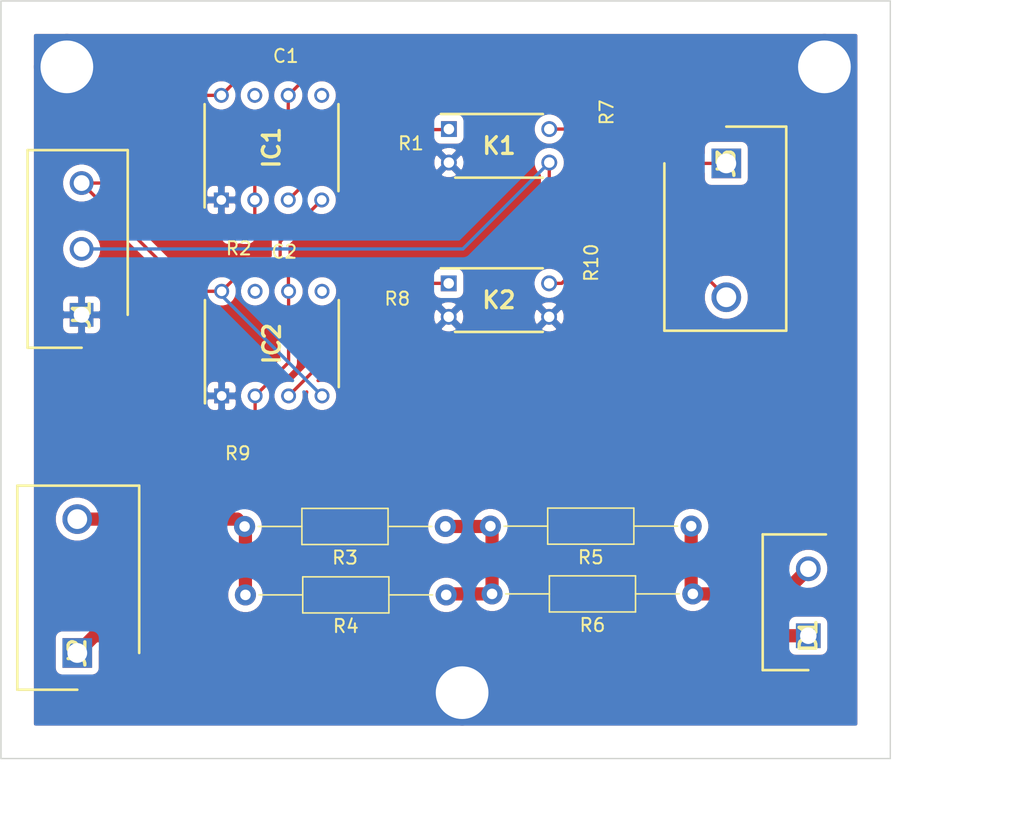
<source format=kicad_pcb>
(kicad_pcb (version 20171130) (host pcbnew "(5.1.6)-1")

  (general
    (thickness 1.6)
    (drawings 6)
    (tracks 68)
    (zones 0)
    (modules 20)
    (nets 20)
  )

  (page A4)
  (layers
    (0 F.Cu signal)
    (31 B.Cu signal hide)
    (32 B.Adhes user)
    (33 F.Adhes user)
    (34 B.Paste user)
    (35 F.Paste user)
    (36 B.SilkS user)
    (37 F.SilkS user)
    (38 B.Mask user)
    (39 F.Mask user)
    (40 Dwgs.User user)
    (41 Cmts.User user)
    (42 Eco1.User user)
    (43 Eco2.User user)
    (44 Edge.Cuts user)
    (45 Margin user)
    (46 B.CrtYd user)
    (47 F.CrtYd user)
    (48 B.Fab user)
    (49 F.Fab user)
  )

  (setup
    (last_trace_width 0.25)
    (user_trace_width 1)
    (trace_clearance 0.2)
    (zone_clearance 0.508)
    (zone_45_only no)
    (trace_min 0.2)
    (via_size 0.8)
    (via_drill 0.4)
    (via_min_size 0.4)
    (via_min_drill 0.3)
    (user_via 5 4)
    (uvia_size 0.3)
    (uvia_drill 0.1)
    (uvias_allowed no)
    (uvia_min_size 0.2)
    (uvia_min_drill 0.1)
    (edge_width 0.05)
    (segment_width 0.2)
    (pcb_text_width 0.3)
    (pcb_text_size 1.5 1.5)
    (mod_edge_width 0.12)
    (mod_text_size 1 1)
    (mod_text_width 0.15)
    (pad_size 1.524 1.524)
    (pad_drill 0.762)
    (pad_to_mask_clearance 0.05)
    (aux_axis_origin 0 0)
    (visible_elements 7FFFFFFF)
    (pcbplotparams
      (layerselection 0x010fc_ffffffff)
      (usegerberextensions false)
      (usegerberattributes true)
      (usegerberadvancedattributes true)
      (creategerberjobfile true)
      (excludeedgelayer true)
      (linewidth 0.100000)
      (plotframeref false)
      (viasonmask false)
      (mode 1)
      (useauxorigin false)
      (hpglpennumber 1)
      (hpglpenspeed 20)
      (hpglpendiameter 15.000000)
      (psnegative false)
      (psa4output false)
      (plotreference true)
      (plotvalue true)
      (plotinvisibletext false)
      (padsonsilk false)
      (subtractmaskfromsilk false)
      (outputformat 1)
      (mirror false)
      (drillshape 1)
      (scaleselection 1)
      (outputdirectory ""))
  )

  (net 0 "")
  (net 1 "Net-(C1-Pad2)")
  (net 2 +5V)
  (net 3 "Net-(C2-Pad2)")
  (net 4 C_inverter)
  (net 5 "Net-(D1-Pad2)")
  (net 6 GND)
  (net 7 +VDC)
  (net 8 AIR_coil)
  (net 9 PRECHARGE_coil)
  (net 10 PRECHARGE_relay_exit)
  (net 11 "Net-(K1-Pad1)")
  (net 12 "Net-(K2-Pad1)")
  (net 13 AIR_coupler)
  (net 14 "Net-(R3-Pad1)")
  (net 15 PRECHARGE_coupler)
  (net 16 "Net-(IC1-Pad7)")
  (net 17 "Net-(IC1-Pad5)")
  (net 18 "Net-(IC2-Pad5)")
  (net 19 "Net-(IC2-Pad7)")

  (net_class Default "This is the default net class."
    (clearance 0.2)
    (trace_width 0.25)
    (via_dia 0.8)
    (via_drill 0.4)
    (uvia_dia 0.3)
    (uvia_drill 0.1)
    (add_net +5V)
    (add_net +VDC)
    (add_net AIR_coil)
    (add_net AIR_coupler)
    (add_net C_inverter)
    (add_net GND)
    (add_net "Net-(C1-Pad2)")
    (add_net "Net-(C2-Pad2)")
    (add_net "Net-(D1-Pad2)")
    (add_net "Net-(IC1-Pad5)")
    (add_net "Net-(IC1-Pad7)")
    (add_net "Net-(IC2-Pad5)")
    (add_net "Net-(IC2-Pad7)")
    (add_net "Net-(K1-Pad1)")
    (add_net "Net-(K2-Pad1)")
    (add_net "Net-(R3-Pad1)")
    (add_net PRECHARGE_coil)
    (add_net PRECHARGE_coupler)
    (add_net PRECHARGE_relay_exit)
  )

  (module Capacitor_SMD:C_0201_0603Metric (layer F.Cu) (tedit 5B301BBE) (tstamp 5F9985F8)
    (at 86.614 65.2272)
    (descr "Capacitor SMD 0201 (0603 Metric), square (rectangular) end terminal, IPC_7351 nominal, (Body size source: https://www.vishay.com/docs/20052/crcw0201e3.pdf), generated with kicad-footprint-generator")
    (tags capacitor)
    (path /5F9B813A)
    (attr smd)
    (fp_text reference C1 (at 0 -1.05) (layer F.SilkS)
      (effects (font (size 1 1) (thickness 0.15)))
    )
    (fp_text value 100u (at 0 1.05) (layer F.Fab)
      (effects (font (size 1 1) (thickness 0.15)))
    )
    (fp_line (start -0.3 0.15) (end -0.3 -0.15) (layer F.Fab) (width 0.1))
    (fp_line (start -0.3 -0.15) (end 0.3 -0.15) (layer F.Fab) (width 0.1))
    (fp_line (start 0.3 -0.15) (end 0.3 0.15) (layer F.Fab) (width 0.1))
    (fp_line (start 0.3 0.15) (end -0.3 0.15) (layer F.Fab) (width 0.1))
    (fp_line (start -0.7 0.35) (end -0.7 -0.35) (layer F.CrtYd) (width 0.05))
    (fp_line (start -0.7 -0.35) (end 0.7 -0.35) (layer F.CrtYd) (width 0.05))
    (fp_line (start 0.7 -0.35) (end 0.7 0.35) (layer F.CrtYd) (width 0.05))
    (fp_line (start 0.7 0.35) (end -0.7 0.35) (layer F.CrtYd) (width 0.05))
    (fp_text user %R (at 0 -0.68) (layer F.Fab)
      (effects (font (size 0.25 0.25) (thickness 0.04)))
    )
    (pad "" smd roundrect (at -0.345 0) (size 0.318 0.36) (layers F.Paste) (roundrect_rratio 0.25))
    (pad "" smd roundrect (at 0.345 0) (size 0.318 0.36) (layers F.Paste) (roundrect_rratio 0.25))
    (pad 1 smd roundrect (at -0.32 0) (size 0.46 0.4) (layers F.Cu F.Mask) (roundrect_rratio 0.25)
      (net 2 +5V))
    (pad 2 smd roundrect (at 0.32 0) (size 0.46 0.4) (layers F.Cu F.Mask) (roundrect_rratio 0.25)
      (net 1 "Net-(C1-Pad2)"))
    (model ${KISYS3DMOD}/Capacitor_SMD.3dshapes/C_0201_0603Metric.wrl
      (at (xyz 0 0 0))
      (scale (xyz 1 1 1))
      (rotate (xyz 0 0 0))
    )
  )

  (module Capacitor_SMD:C_0201_0603Metric (layer F.Cu) (tedit 5B301BBE) (tstamp 5F998609)
    (at 86.4972 80.0862)
    (descr "Capacitor SMD 0201 (0603 Metric), square (rectangular) end terminal, IPC_7351 nominal, (Body size source: https://www.vishay.com/docs/20052/crcw0201e3.pdf), generated with kicad-footprint-generator")
    (tags capacitor)
    (path /5F9DF433)
    (attr smd)
    (fp_text reference C2 (at 0 -1.05) (layer F.SilkS)
      (effects (font (size 1 1) (thickness 0.15)))
    )
    (fp_text value 100u (at 0 1.05) (layer F.Fab)
      (effects (font (size 1 1) (thickness 0.15)))
    )
    (fp_line (start 0.7 0.35) (end -0.7 0.35) (layer F.CrtYd) (width 0.05))
    (fp_line (start 0.7 -0.35) (end 0.7 0.35) (layer F.CrtYd) (width 0.05))
    (fp_line (start -0.7 -0.35) (end 0.7 -0.35) (layer F.CrtYd) (width 0.05))
    (fp_line (start -0.7 0.35) (end -0.7 -0.35) (layer F.CrtYd) (width 0.05))
    (fp_line (start 0.3 0.15) (end -0.3 0.15) (layer F.Fab) (width 0.1))
    (fp_line (start 0.3 -0.15) (end 0.3 0.15) (layer F.Fab) (width 0.1))
    (fp_line (start -0.3 -0.15) (end 0.3 -0.15) (layer F.Fab) (width 0.1))
    (fp_line (start -0.3 0.15) (end -0.3 -0.15) (layer F.Fab) (width 0.1))
    (fp_text user %R (at 0 -0.68) (layer F.Fab)
      (effects (font (size 0.25 0.25) (thickness 0.04)))
    )
    (pad 2 smd roundrect (at 0.32 0) (size 0.46 0.4) (layers F.Cu F.Mask) (roundrect_rratio 0.25)
      (net 3 "Net-(C2-Pad2)"))
    (pad 1 smd roundrect (at -0.32 0) (size 0.46 0.4) (layers F.Cu F.Mask) (roundrect_rratio 0.25)
      (net 2 +5V))
    (pad "" smd roundrect (at 0.345 0) (size 0.318 0.36) (layers F.Paste) (roundrect_rratio 0.25))
    (pad "" smd roundrect (at -0.345 0) (size 0.318 0.36) (layers F.Paste) (roundrect_rratio 0.25))
    (model ${KISYS3DMOD}/Capacitor_SMD.3dshapes/C_0201_0603Metric.wrl
      (at (xyz 0 0 0))
      (scale (xyz 1 1 1))
      (rotate (xyz 0 0 0))
    )
  )

  (module SamacSys_Parts:TO508P480X1010X1840-2P (layer F.Cu) (tedit 0) (tstamp 5F99861C)
    (at 126.2761 108.1786 90)
    (descr TO220NFM)
    (tags Diode)
    (path /5F2FCC3D)
    (fp_text reference D1 (at 0 0 90) (layer F.SilkS)
      (effects (font (size 1.27 1.27) (thickness 0.254)))
    )
    (fp_text value RFN10TF6SFHC9 (at 0 0 90) (layer F.SilkS) hide
      (effects (font (size 1.27 1.27) (thickness 0.254)))
    )
    (fp_line (start -2.86 -3.71) (end 7.94 -3.71) (layer F.CrtYd) (width 0.05))
    (fp_line (start 7.94 -3.71) (end 7.94 1.59) (layer F.CrtYd) (width 0.05))
    (fp_line (start 7.94 1.59) (end -2.86 1.59) (layer F.CrtYd) (width 0.05))
    (fp_line (start -2.86 1.59) (end -2.86 -3.71) (layer F.CrtYd) (width 0.05))
    (fp_line (start -2.61 -3.46) (end 7.69 -3.46) (layer F.Fab) (width 0.1))
    (fp_line (start 7.69 -3.46) (end 7.69 1.34) (layer F.Fab) (width 0.1))
    (fp_line (start 7.69 1.34) (end -2.61 1.34) (layer F.Fab) (width 0.1))
    (fp_line (start -2.61 1.34) (end -2.61 -3.46) (layer F.Fab) (width 0.1))
    (fp_line (start -2.61 -0.92) (end -0.07 -3.46) (layer F.Fab) (width 0.1))
    (fp_line (start 7.69 1.34) (end 7.69 -3.46) (layer F.SilkS) (width 0.2))
    (fp_line (start 7.69 -3.46) (end -2.61 -3.46) (layer F.SilkS) (width 0.2))
    (fp_line (start -2.61 -3.46) (end -2.61 0) (layer F.SilkS) (width 0.2))
    (fp_text user %R (at 0 0 90) (layer F.Fab)
      (effects (font (size 1.27 1.27) (thickness 0.254)))
    )
    (pad 1 thru_hole rect (at 0 0 90) (size 1.875 1.875) (drill 1.25) (layers *.Cu *.Mask)
      (net 4 C_inverter))
    (pad 2 thru_hole circle (at 5.08 0 90) (size 1.875 1.875) (drill 1.25) (layers *.Cu *.Mask)
      (net 5 "Net-(D1-Pad2)"))
    (model C:\SamacSys_PCB_Library\Kicad\SamacSys_Parts.3dshapes\RFN10TF6SFHC9.stp
      (at (xyz 0 0 0))
      (scale (xyz 1 1 1))
      (rotate (xyz 0 0 0))
    )
  )

  (module SamacSys_Parts:DIP794W53P254L959H508Q8N (layer F.Cu) (tedit 0) (tstamp 5F998634)
    (at 85.5345 71.1327 90)
    (descr "P (R-PDIP-T8)")
    (tags "Integrated Circuit")
    (path /5F996938)
    (fp_text reference IC1 (at 0 0 90) (layer F.SilkS)
      (effects (font (size 1.27 1.27) (thickness 0.254)))
    )
    (fp_text value NE555PE4 (at 0 0 90) (layer F.SilkS) hide
      (effects (font (size 1.27 1.27) (thickness 0.254)))
    )
    (fp_line (start -3.3 5.08) (end 3.3 5.08) (layer F.SilkS) (width 0.2))
    (fp_line (start -4.535 -5.08) (end 3.3 -5.08) (layer F.SilkS) (width 0.2))
    (fp_line (start -3.3 -3.81) (end -2.03 -5.08) (layer F.Fab) (width 0.1))
    (fp_line (start -3.3 5.08) (end -3.3 -5.08) (layer F.Fab) (width 0.1))
    (fp_line (start 3.3 5.08) (end -3.3 5.08) (layer F.Fab) (width 0.1))
    (fp_line (start 3.3 -5.08) (end 3.3 5.08) (layer F.Fab) (width 0.1))
    (fp_line (start -3.3 -5.08) (end 3.3 -5.08) (layer F.Fab) (width 0.1))
    (fp_line (start -4.945 5.33) (end -4.945 -5.33) (layer F.CrtYd) (width 0.05))
    (fp_line (start 4.945 5.33) (end -4.945 5.33) (layer F.CrtYd) (width 0.05))
    (fp_line (start 4.945 -5.33) (end 4.945 5.33) (layer F.CrtYd) (width 0.05))
    (fp_line (start -4.945 -5.33) (end 4.945 -5.33) (layer F.CrtYd) (width 0.05))
    (fp_text user %R (at 0 0 90) (layer F.Fab)
      (effects (font (size 1.27 1.27) (thickness 0.254)))
    )
    (pad 8 thru_hole circle (at 3.97 -3.81 90) (size 1.13 1.13) (drill 0.73) (layers *.Cu *.Mask)
      (net 2 +5V))
    (pad 7 thru_hole circle (at 3.97 -1.27 90) (size 1.13 1.13) (drill 0.73) (layers *.Cu *.Mask)
      (net 16 "Net-(IC1-Pad7)"))
    (pad 6 thru_hole circle (at 3.97 1.27 90) (size 1.13 1.13) (drill 0.73) (layers *.Cu *.Mask)
      (net 1 "Net-(C1-Pad2)"))
    (pad 5 thru_hole circle (at 3.97 3.81 90) (size 1.13 1.13) (drill 0.73) (layers *.Cu *.Mask)
      (net 17 "Net-(IC1-Pad5)"))
    (pad 4 thru_hole circle (at -3.97 3.81 90) (size 1.13 1.13) (drill 0.73) (layers *.Cu *.Mask)
      (net 2 +5V))
    (pad 3 thru_hole circle (at -3.97 1.27 90) (size 1.13 1.13) (drill 0.73) (layers *.Cu *.Mask)
      (net 13 AIR_coupler))
    (pad 2 thru_hole circle (at -3.97 -1.27 90) (size 1.13 1.13) (drill 0.73) (layers *.Cu *.Mask)
      (net 1 "Net-(C1-Pad2)"))
    (pad 1 thru_hole rect (at -3.97 -3.81 90) (size 1.13 1.13) (drill 0.73) (layers *.Cu *.Mask)
      (net 6 GND))
    (model C:\SamacSys_PCB_Library\Kicad\SamacSys_Parts.3dshapes\NE555PE4.stp
      (at (xyz 0 0 0))
      (scale (xyz 1 1 1))
      (rotate (xyz 0 0 0))
    )
  )

  (module SamacSys_Parts:DIP794W53P254L959H508Q8N (layer F.Cu) (tedit 0) (tstamp 5F99864C)
    (at 85.5599 86.0044 90)
    (descr "P (R-PDIP-T8)")
    (tags "Integrated Circuit")
    (path /5F9DF415)
    (fp_text reference IC2 (at 0 0 90) (layer F.SilkS)
      (effects (font (size 1.27 1.27) (thickness 0.254)))
    )
    (fp_text value NE555PE4 (at 0 0 90) (layer F.SilkS) hide
      (effects (font (size 1.27 1.27) (thickness 0.254)))
    )
    (fp_line (start -4.945 -5.33) (end 4.945 -5.33) (layer F.CrtYd) (width 0.05))
    (fp_line (start 4.945 -5.33) (end 4.945 5.33) (layer F.CrtYd) (width 0.05))
    (fp_line (start 4.945 5.33) (end -4.945 5.33) (layer F.CrtYd) (width 0.05))
    (fp_line (start -4.945 5.33) (end -4.945 -5.33) (layer F.CrtYd) (width 0.05))
    (fp_line (start -3.3 -5.08) (end 3.3 -5.08) (layer F.Fab) (width 0.1))
    (fp_line (start 3.3 -5.08) (end 3.3 5.08) (layer F.Fab) (width 0.1))
    (fp_line (start 3.3 5.08) (end -3.3 5.08) (layer F.Fab) (width 0.1))
    (fp_line (start -3.3 5.08) (end -3.3 -5.08) (layer F.Fab) (width 0.1))
    (fp_line (start -3.3 -3.81) (end -2.03 -5.08) (layer F.Fab) (width 0.1))
    (fp_line (start -4.535 -5.08) (end 3.3 -5.08) (layer F.SilkS) (width 0.2))
    (fp_line (start -3.3 5.08) (end 3.3 5.08) (layer F.SilkS) (width 0.2))
    (fp_text user %R (at 0 0 90) (layer F.Fab)
      (effects (font (size 1.27 1.27) (thickness 0.254)))
    )
    (pad 1 thru_hole rect (at -3.97 -3.81 90) (size 1.13 1.13) (drill 0.73) (layers *.Cu *.Mask)
      (net 6 GND))
    (pad 2 thru_hole circle (at -3.97 -1.27 90) (size 1.13 1.13) (drill 0.73) (layers *.Cu *.Mask)
      (net 3 "Net-(C2-Pad2)"))
    (pad 3 thru_hole circle (at -3.97 1.27 90) (size 1.13 1.13) (drill 0.73) (layers *.Cu *.Mask)
      (net 15 PRECHARGE_coupler))
    (pad 4 thru_hole circle (at -3.97 3.81 90) (size 1.13 1.13) (drill 0.73) (layers *.Cu *.Mask)
      (net 2 +5V))
    (pad 5 thru_hole circle (at 3.97 3.81 90) (size 1.13 1.13) (drill 0.73) (layers *.Cu *.Mask)
      (net 18 "Net-(IC2-Pad5)"))
    (pad 6 thru_hole circle (at 3.97 1.27 90) (size 1.13 1.13) (drill 0.73) (layers *.Cu *.Mask)
      (net 3 "Net-(C2-Pad2)"))
    (pad 7 thru_hole circle (at 3.97 -1.27 90) (size 1.13 1.13) (drill 0.73) (layers *.Cu *.Mask)
      (net 19 "Net-(IC2-Pad7)"))
    (pad 8 thru_hole circle (at 3.97 -3.81 90) (size 1.13 1.13) (drill 0.73) (layers *.Cu *.Mask)
      (net 2 +5V))
    (model C:\SamacSys_PCB_Library\Kicad\SamacSys_Parts.3dshapes\NE555PE4.stp
      (at (xyz 0 0 0))
      (scale (xyz 1 1 1))
      (rotate (xyz 0 0 0))
    )
  )

  (module SamacSys_Parts:SHDR3W100P0X500_1X3_1500X760X1000P (layer F.Cu) (tedit 0) (tstamp 5F998660)
    (at 71.12 83.82 90)
    (descr TB002-500-03BE)
    (tags Connector)
    (path /5F33743C)
    (fp_text reference J1 (at 0 0 90) (layer F.SilkS)
      (effects (font (size 1.27 1.27) (thickness 0.254)))
    )
    (fp_text value TB002-500-03BE (at 0 0 90) (layer F.SilkS) hide
      (effects (font (size 1.27 1.27) (thickness 0.254)))
    )
    (fp_line (start -2.75 3.75) (end -2.75 -4.35) (layer F.CrtYd) (width 0.05))
    (fp_line (start -2.75 -4.35) (end 12.75 -4.35) (layer F.CrtYd) (width 0.05))
    (fp_line (start 12.75 -4.35) (end 12.75 3.75) (layer F.CrtYd) (width 0.05))
    (fp_line (start 12.75 3.75) (end -2.75 3.75) (layer F.CrtYd) (width 0.05))
    (fp_line (start -2.5 3.5) (end -2.5 -4.1) (layer F.Fab) (width 0.1))
    (fp_line (start -2.5 -4.1) (end 12.5 -4.1) (layer F.Fab) (width 0.1))
    (fp_line (start 12.5 -4.1) (end 12.5 3.5) (layer F.Fab) (width 0.1))
    (fp_line (start 12.5 3.5) (end -2.5 3.5) (layer F.Fab) (width 0.1))
    (fp_line (start 0 3.5) (end 12.5 3.5) (layer F.SilkS) (width 0.2))
    (fp_line (start 12.5 3.5) (end 12.5 -4.1) (layer F.SilkS) (width 0.2))
    (fp_line (start 12.5 -4.1) (end -2.5 -4.1) (layer F.SilkS) (width 0.2))
    (fp_line (start -2.5 -4.1) (end -2.5 0) (layer F.SilkS) (width 0.2))
    (fp_text user %R (at 0 0 90) (layer F.Fab)
      (effects (font (size 1.27 1.27) (thickness 0.254)))
    )
    (pad 1 thru_hole rect (at 0 0 90) (size 1.8 1.8) (drill 1.2) (layers *.Cu *.Mask)
      (net 6 GND))
    (pad 2 thru_hole circle (at 5 0 90) (size 1.8 1.8) (drill 1.2) (layers *.Cu *.Mask)
      (net 7 +VDC))
    (pad 3 thru_hole circle (at 10 0 90) (size 1.8 1.8) (drill 1.2) (layers *.Cu *.Mask)
      (net 2 +5V))
    (model C:\SamacSys_PCB_Library\Kicad\SamacSys_Parts.3dshapes\TB002-500-03BE.stp
      (at (xyz 0 0 0))
      (scale (xyz 1 1 1))
      (rotate (xyz 0 0 0))
    )
  )

  (module SamacSys_Parts:SHDR2W130P0X1016_1X2_1524X900X1550P (layer F.Cu) (tedit 0) (tstamp 5F998673)
    (at 70.7898 109.4867 90)
    (descr 282843-2)
    (tags Connector)
    (path /5F342726)
    (fp_text reference J2 (at 0 0 90) (layer F.SilkS)
      (effects (font (size 1.27 1.27) (thickness 0.254)))
    )
    (fp_text value 282843-2 (at 0 0 90) (layer F.SilkS) hide
      (effects (font (size 1.27 1.27) (thickness 0.254)))
    )
    (fp_line (start -3.04 4.95) (end -3.04 -4.8) (layer F.CrtYd) (width 0.05))
    (fp_line (start -3.04 -4.8) (end 12.95 -4.8) (layer F.CrtYd) (width 0.05))
    (fp_line (start 12.95 -4.8) (end 12.95 4.95) (layer F.CrtYd) (width 0.05))
    (fp_line (start 12.95 4.95) (end -3.04 4.95) (layer F.CrtYd) (width 0.05))
    (fp_line (start -2.79 4.7) (end -2.79 -4.55) (layer F.Fab) (width 0.1))
    (fp_line (start -2.79 -4.55) (end 12.7 -4.55) (layer F.Fab) (width 0.1))
    (fp_line (start 12.7 -4.55) (end 12.7 4.7) (layer F.Fab) (width 0.1))
    (fp_line (start 12.7 4.7) (end -2.79 4.7) (layer F.Fab) (width 0.1))
    (fp_line (start 0 4.7) (end 12.7 4.7) (layer F.SilkS) (width 0.2))
    (fp_line (start 12.7 4.7) (end 12.7 -4.55) (layer F.SilkS) (width 0.2))
    (fp_line (start 12.7 -4.55) (end -2.79 -4.55) (layer F.SilkS) (width 0.2))
    (fp_line (start -2.79 -4.55) (end -2.79 0) (layer F.SilkS) (width 0.2))
    (fp_text user %R (at 0 0 90) (layer F.Fab)
      (effects (font (size 1.27 1.27) (thickness 0.254)))
    )
    (pad 1 thru_hole rect (at 0 0 90) (size 2.25 2.25) (drill 1.5) (layers *.Cu *.Mask)
      (net 4 C_inverter))
    (pad 2 thru_hole circle (at 10.16 0 90) (size 2.25 2.25) (drill 1.5) (layers *.Cu *.Mask)
      (net 10 PRECHARGE_relay_exit))
    (model C:\SamacSys_PCB_Library\Kicad\SamacSys_Parts.3dshapes\282843-2.stp
      (at (xyz 0 0 0))
      (scale (xyz 1 1 1))
      (rotate (xyz 0 0 0))
    )
  )

  (module SamacSys_Parts:SHDR2W130P0X1016_1X2_1524X900X1550P (layer F.Cu) (tedit 0) (tstamp 5F998686)
    (at 120.0531 72.3265 270)
    (descr 282843-2)
    (tags Connector)
    (path /5F344511)
    (fp_text reference J3 (at 0 0 90) (layer F.SilkS)
      (effects (font (size 1.27 1.27) (thickness 0.254)))
    )
    (fp_text value 282843-2 (at -0.2032 -0.2159 90) (layer F.SilkS) hide
      (effects (font (size 1.27 1.27) (thickness 0.254)))
    )
    (fp_line (start -2.79 -4.55) (end -2.79 0) (layer F.SilkS) (width 0.2))
    (fp_line (start 12.7 -4.55) (end -2.79 -4.55) (layer F.SilkS) (width 0.2))
    (fp_line (start 12.7 4.7) (end 12.7 -4.55) (layer F.SilkS) (width 0.2))
    (fp_line (start 0 4.7) (end 12.7 4.7) (layer F.SilkS) (width 0.2))
    (fp_line (start 12.7 4.7) (end -2.79 4.7) (layer F.Fab) (width 0.1))
    (fp_line (start 12.7 -4.55) (end 12.7 4.7) (layer F.Fab) (width 0.1))
    (fp_line (start -2.79 -4.55) (end 12.7 -4.55) (layer F.Fab) (width 0.1))
    (fp_line (start -2.79 4.7) (end -2.79 -4.55) (layer F.Fab) (width 0.1))
    (fp_line (start 12.95 4.95) (end -3.04 4.95) (layer F.CrtYd) (width 0.05))
    (fp_line (start 12.95 -4.8) (end 12.95 4.95) (layer F.CrtYd) (width 0.05))
    (fp_line (start -3.04 -4.8) (end 12.95 -4.8) (layer F.CrtYd) (width 0.05))
    (fp_line (start -3.04 4.95) (end -3.04 -4.8) (layer F.CrtYd) (width 0.05))
    (fp_text user %R (at 0 0 90) (layer F.Fab)
      (effects (font (size 1.27 1.27) (thickness 0.254)))
    )
    (pad 2 thru_hole circle (at 10.16 0 270) (size 2.25 2.25) (drill 1.5) (layers *.Cu *.Mask)
      (net 9 PRECHARGE_coil))
    (pad 1 thru_hole rect (at 0 0 270) (size 2.25 2.25) (drill 1.5) (layers *.Cu *.Mask)
      (net 8 AIR_coil))
    (model C:\SamacSys_PCB_Library\Kicad\SamacSys_Parts.3dshapes\282843-2.stp
      (at (xyz 0 0 0))
      (scale (xyz 1 1 1))
      (rotate (xyz 0 0 0))
    )
  )

  (module SamacSys_Parts:DIP762W60P254L458H485Q4N (layer F.Cu) (tedit 0) (tstamp 5F99869A)
    (at 102.8065 70.993)
    (descr "TLP3555A(TP1,F-1")
    (tags "Relay or Contactor")
    (path /5F2D41FE)
    (fp_text reference K1 (at 0 0) (layer F.SilkS)
      (effects (font (size 1.27 1.27) (thickness 0.254)))
    )
    (fp_text value TLP3555A_TP1,F (at 0 0) (layer F.SilkS) hide
      (effects (font (size 1.27 1.27) (thickness 0.254)))
    )
    (fp_line (start -4.785 -2.665) (end 4.785 -2.665) (layer F.CrtYd) (width 0.05))
    (fp_line (start 4.785 -2.665) (end 4.785 2.665) (layer F.CrtYd) (width 0.05))
    (fp_line (start 4.785 2.665) (end -4.785 2.665) (layer F.CrtYd) (width 0.05))
    (fp_line (start -4.785 2.665) (end -4.785 -2.665) (layer F.CrtYd) (width 0.05))
    (fp_line (start -3.325 -2.415) (end 3.325 -2.415) (layer F.Fab) (width 0.1))
    (fp_line (start 3.325 -2.415) (end 3.325 2.415) (layer F.Fab) (width 0.1))
    (fp_line (start 3.325 2.415) (end -3.325 2.415) (layer F.Fab) (width 0.1))
    (fp_line (start -3.325 2.415) (end -3.325 -2.415) (layer F.Fab) (width 0.1))
    (fp_line (start -3.325 -1.145) (end -2.055 -2.415) (layer F.Fab) (width 0.1))
    (fp_line (start -4.41 -2.415) (end 3.325 -2.415) (layer F.SilkS) (width 0.2))
    (fp_line (start -3.325 2.415) (end 3.325 2.415) (layer F.SilkS) (width 0.2))
    (fp_text user %R (at 0 0) (layer F.Fab)
      (effects (font (size 1.27 1.27) (thickness 0.254)))
    )
    (pad 1 thru_hole rect (at -3.81 -1.27) (size 1.2 1.2) (drill 0.8) (layers *.Cu *.Mask)
      (net 11 "Net-(K1-Pad1)"))
    (pad 2 thru_hole circle (at -3.81 1.27) (size 1.2 1.2) (drill 0.8) (layers *.Cu *.Mask)
      (net 6 GND))
    (pad 3 thru_hole circle (at 3.81 1.27) (size 1.2 1.2) (drill 0.8) (layers *.Cu *.Mask)
      (net 7 +VDC))
    (pad 4 thru_hole circle (at 3.81 -1.27) (size 1.2 1.2) (drill 0.8) (layers *.Cu *.Mask)
      (net 8 AIR_coil))
    (model C:\SamacSys_PCB_Library\Kicad\SamacSys_Parts.3dshapes\TLP3555A_TP1,F.stp
      (at (xyz 0 0 0))
      (scale (xyz 1 1 1))
      (rotate (xyz 0 0 0))
    )
  )

  (module SamacSys_Parts:DIP762W60P254L458H485Q4N (layer F.Cu) (tedit 0) (tstamp 5F9986AE)
    (at 102.7938 82.7024)
    (descr "TLP3555A(TP1,F-1")
    (tags "Relay or Contactor")
    (path /5F2E462C)
    (fp_text reference K2 (at 0 0) (layer F.SilkS)
      (effects (font (size 1.27 1.27) (thickness 0.254)))
    )
    (fp_text value TLP3555A_TP1,F (at 0 0) (layer F.SilkS) hide
      (effects (font (size 1.27 1.27) (thickness 0.254)))
    )
    (fp_line (start -3.325 2.415) (end 3.325 2.415) (layer F.SilkS) (width 0.2))
    (fp_line (start -4.41 -2.415) (end 3.325 -2.415) (layer F.SilkS) (width 0.2))
    (fp_line (start -3.325 -1.145) (end -2.055 -2.415) (layer F.Fab) (width 0.1))
    (fp_line (start -3.325 2.415) (end -3.325 -2.415) (layer F.Fab) (width 0.1))
    (fp_line (start 3.325 2.415) (end -3.325 2.415) (layer F.Fab) (width 0.1))
    (fp_line (start 3.325 -2.415) (end 3.325 2.415) (layer F.Fab) (width 0.1))
    (fp_line (start -3.325 -2.415) (end 3.325 -2.415) (layer F.Fab) (width 0.1))
    (fp_line (start -4.785 2.665) (end -4.785 -2.665) (layer F.CrtYd) (width 0.05))
    (fp_line (start 4.785 2.665) (end -4.785 2.665) (layer F.CrtYd) (width 0.05))
    (fp_line (start 4.785 -2.665) (end 4.785 2.665) (layer F.CrtYd) (width 0.05))
    (fp_line (start -4.785 -2.665) (end 4.785 -2.665) (layer F.CrtYd) (width 0.05))
    (fp_text user %R (at 0 0) (layer F.Fab)
      (effects (font (size 1.27 1.27) (thickness 0.254)))
    )
    (pad 4 thru_hole circle (at 3.81 -1.27) (size 1.2 1.2) (drill 0.8) (layers *.Cu *.Mask)
      (net 9 PRECHARGE_coil))
    (pad 3 thru_hole circle (at 3.81 1.27) (size 1.2 1.2) (drill 0.8) (layers *.Cu *.Mask)
      (net 6 GND))
    (pad 2 thru_hole circle (at -3.81 1.27) (size 1.2 1.2) (drill 0.8) (layers *.Cu *.Mask)
      (net 6 GND))
    (pad 1 thru_hole rect (at -3.81 -1.27) (size 1.2 1.2) (drill 0.8) (layers *.Cu *.Mask)
      (net 12 "Net-(K2-Pad1)"))
    (model C:\SamacSys_PCB_Library\Kicad\SamacSys_Parts.3dshapes\TLP3555A_TP1,F.stp
      (at (xyz 0 0 0))
      (scale (xyz 1 1 1))
      (rotate (xyz 0 0 0))
    )
  )

  (module Resistor_SMD:R_0201_0603Metric (layer F.Cu) (tedit 5B301BBD) (tstamp 5F9986BF)
    (at 96.1136 69.7611 180)
    (descr "Resistor SMD 0201 (0603 Metric), square (rectangular) end terminal, IPC_7351 nominal, (Body size source: https://www.vishay.com/docs/20052/crcw0201e3.pdf), generated with kicad-footprint-generator")
    (tags resistor)
    (path /5F2D6C94)
    (attr smd)
    (fp_text reference R1 (at 0 -1.05) (layer F.SilkS)
      (effects (font (size 1 1) (thickness 0.15)))
    )
    (fp_text value 1k (at 0 1.05) (layer F.Fab)
      (effects (font (size 1 1) (thickness 0.15)))
    )
    (fp_line (start -0.3 0.15) (end -0.3 -0.15) (layer F.Fab) (width 0.1))
    (fp_line (start -0.3 -0.15) (end 0.3 -0.15) (layer F.Fab) (width 0.1))
    (fp_line (start 0.3 -0.15) (end 0.3 0.15) (layer F.Fab) (width 0.1))
    (fp_line (start 0.3 0.15) (end -0.3 0.15) (layer F.Fab) (width 0.1))
    (fp_line (start -0.7 0.35) (end -0.7 -0.35) (layer F.CrtYd) (width 0.05))
    (fp_line (start -0.7 -0.35) (end 0.7 -0.35) (layer F.CrtYd) (width 0.05))
    (fp_line (start 0.7 -0.35) (end 0.7 0.35) (layer F.CrtYd) (width 0.05))
    (fp_line (start 0.7 0.35) (end -0.7 0.35) (layer F.CrtYd) (width 0.05))
    (fp_text user %R (at 0 -0.68) (layer F.Fab)
      (effects (font (size 0.25 0.25) (thickness 0.04)))
    )
    (pad "" smd roundrect (at -0.345 0 180) (size 0.318 0.36) (layers F.Paste) (roundrect_rratio 0.25))
    (pad "" smd roundrect (at 0.345 0 180) (size 0.318 0.36) (layers F.Paste) (roundrect_rratio 0.25))
    (pad 1 smd roundrect (at -0.32 0 180) (size 0.46 0.4) (layers F.Cu F.Mask) (roundrect_rratio 0.25)
      (net 11 "Net-(K1-Pad1)"))
    (pad 2 smd roundrect (at 0.32 0 180) (size 0.46 0.4) (layers F.Cu F.Mask) (roundrect_rratio 0.25)
      (net 13 AIR_coupler))
    (model ${KISYS3DMOD}/Resistor_SMD.3dshapes/R_0201_0603Metric.wrl
      (at (xyz 0 0 0))
      (scale (xyz 1 1 1))
      (rotate (xyz 0 0 0))
    )
  )

  (module Resistor_SMD:R_0402_1005Metric (layer F.Cu) (tedit 5B301BBD) (tstamp 5F9986CE)
    (at 83.0477 77.6097 180)
    (descr "Resistor SMD 0402 (1005 Metric), square (rectangular) end terminal, IPC_7351 nominal, (Body size source: http://www.tortai-tech.com/upload/download/2011102023233369053.pdf), generated with kicad-footprint-generator")
    (tags resistor)
    (path /5F9B63F1)
    (attr smd)
    (fp_text reference R2 (at 0 -1.17) (layer F.SilkS)
      (effects (font (size 1 1) (thickness 0.15)))
    )
    (fp_text value 16k (at 0 1.17) (layer F.Fab)
      (effects (font (size 1 1) (thickness 0.15)))
    )
    (fp_line (start 0.93 0.47) (end -0.93 0.47) (layer F.CrtYd) (width 0.05))
    (fp_line (start 0.93 -0.47) (end 0.93 0.47) (layer F.CrtYd) (width 0.05))
    (fp_line (start -0.93 -0.47) (end 0.93 -0.47) (layer F.CrtYd) (width 0.05))
    (fp_line (start -0.93 0.47) (end -0.93 -0.47) (layer F.CrtYd) (width 0.05))
    (fp_line (start 0.5 0.25) (end -0.5 0.25) (layer F.Fab) (width 0.1))
    (fp_line (start 0.5 -0.25) (end 0.5 0.25) (layer F.Fab) (width 0.1))
    (fp_line (start -0.5 -0.25) (end 0.5 -0.25) (layer F.Fab) (width 0.1))
    (fp_line (start -0.5 0.25) (end -0.5 -0.25) (layer F.Fab) (width 0.1))
    (fp_text user %R (at 0 0) (layer F.Fab)
      (effects (font (size 0.25 0.25) (thickness 0.04)))
    )
    (pad 2 smd roundrect (at 0.485 0 180) (size 0.59 0.64) (layers F.Cu F.Paste F.Mask) (roundrect_rratio 0.25)
      (net 6 GND))
    (pad 1 smd roundrect (at -0.485 0 180) (size 0.59 0.64) (layers F.Cu F.Paste F.Mask) (roundrect_rratio 0.25)
      (net 1 "Net-(C1-Pad2)"))
    (model ${KISYS3DMOD}/Resistor_SMD.3dshapes/R_0402_1005Metric.wrl
      (at (xyz 0 0 0))
      (scale (xyz 1 1 1))
      (rotate (xyz 0 0 0))
    )
  )

  (module Resistor_THT:R_Axial_DIN0207_L6.3mm_D2.5mm_P15.24mm_Horizontal (layer F.Cu) (tedit 5AE5139B) (tstamp 5F9986E5)
    (at 98.7298 99.8855 180)
    (descr "Resistor, Axial_DIN0207 series, Axial, Horizontal, pin pitch=15.24mm, 0.25W = 1/4W, length*diameter=6.3*2.5mm^2, http://cdn-reichelt.de/documents/datenblatt/B400/1_4W%23YAG.pdf")
    (tags "Resistor Axial_DIN0207 series Axial Horizontal pin pitch 15.24mm 0.25W = 1/4W length 6.3mm diameter 2.5mm")
    (path /5F2F53BF)
    (fp_text reference R3 (at 7.62 -2.37) (layer F.SilkS)
      (effects (font (size 1 1) (thickness 0.15)))
    )
    (fp_text value 1.2k (at 7.62 2.37) (layer F.Fab)
      (effects (font (size 1 1) (thickness 0.15)))
    )
    (fp_line (start 4.47 -1.25) (end 4.47 1.25) (layer F.Fab) (width 0.1))
    (fp_line (start 4.47 1.25) (end 10.77 1.25) (layer F.Fab) (width 0.1))
    (fp_line (start 10.77 1.25) (end 10.77 -1.25) (layer F.Fab) (width 0.1))
    (fp_line (start 10.77 -1.25) (end 4.47 -1.25) (layer F.Fab) (width 0.1))
    (fp_line (start 0 0) (end 4.47 0) (layer F.Fab) (width 0.1))
    (fp_line (start 15.24 0) (end 10.77 0) (layer F.Fab) (width 0.1))
    (fp_line (start 4.35 -1.37) (end 4.35 1.37) (layer F.SilkS) (width 0.12))
    (fp_line (start 4.35 1.37) (end 10.89 1.37) (layer F.SilkS) (width 0.12))
    (fp_line (start 10.89 1.37) (end 10.89 -1.37) (layer F.SilkS) (width 0.12))
    (fp_line (start 10.89 -1.37) (end 4.35 -1.37) (layer F.SilkS) (width 0.12))
    (fp_line (start 1.04 0) (end 4.35 0) (layer F.SilkS) (width 0.12))
    (fp_line (start 14.2 0) (end 10.89 0) (layer F.SilkS) (width 0.12))
    (fp_line (start -1.05 -1.5) (end -1.05 1.5) (layer F.CrtYd) (width 0.05))
    (fp_line (start -1.05 1.5) (end 16.29 1.5) (layer F.CrtYd) (width 0.05))
    (fp_line (start 16.29 1.5) (end 16.29 -1.5) (layer F.CrtYd) (width 0.05))
    (fp_line (start 16.29 -1.5) (end -1.05 -1.5) (layer F.CrtYd) (width 0.05))
    (fp_text user %R (at 7.62 0) (layer F.Fab)
      (effects (font (size 1 1) (thickness 0.15)))
    )
    (pad 1 thru_hole circle (at 0 0 180) (size 1.6 1.6) (drill 0.8) (layers *.Cu *.Mask)
      (net 14 "Net-(R3-Pad1)"))
    (pad 2 thru_hole oval (at 15.24 0 180) (size 1.6 1.6) (drill 0.8) (layers *.Cu *.Mask)
      (net 10 PRECHARGE_relay_exit))
    (model ${KISYS3DMOD}/Resistor_THT.3dshapes/R_Axial_DIN0207_L6.3mm_D2.5mm_P15.24mm_Horizontal.wrl
      (at (xyz 0 0 0))
      (scale (xyz 1 1 1))
      (rotate (xyz 0 0 0))
    )
  )

  (module Resistor_THT:R_Axial_DIN0207_L6.3mm_D2.5mm_P15.24mm_Horizontal (layer F.Cu) (tedit 5AE5139B) (tstamp 5F9986FC)
    (at 98.7933 105.0798 180)
    (descr "Resistor, Axial_DIN0207 series, Axial, Horizontal, pin pitch=15.24mm, 0.25W = 1/4W, length*diameter=6.3*2.5mm^2, http://cdn-reichelt.de/documents/datenblatt/B400/1_4W%23YAG.pdf")
    (tags "Resistor Axial_DIN0207 series Axial Horizontal pin pitch 15.24mm 0.25W = 1/4W length 6.3mm diameter 2.5mm")
    (path /5F2F6886)
    (fp_text reference R4 (at 7.62 -2.37) (layer F.SilkS)
      (effects (font (size 1 1) (thickness 0.15)))
    )
    (fp_text value 1.2k (at 7.62 2.37) (layer F.Fab)
      (effects (font (size 1 1) (thickness 0.15)))
    )
    (fp_line (start 4.47 -1.25) (end 4.47 1.25) (layer F.Fab) (width 0.1))
    (fp_line (start 4.47 1.25) (end 10.77 1.25) (layer F.Fab) (width 0.1))
    (fp_line (start 10.77 1.25) (end 10.77 -1.25) (layer F.Fab) (width 0.1))
    (fp_line (start 10.77 -1.25) (end 4.47 -1.25) (layer F.Fab) (width 0.1))
    (fp_line (start 0 0) (end 4.47 0) (layer F.Fab) (width 0.1))
    (fp_line (start 15.24 0) (end 10.77 0) (layer F.Fab) (width 0.1))
    (fp_line (start 4.35 -1.37) (end 4.35 1.37) (layer F.SilkS) (width 0.12))
    (fp_line (start 4.35 1.37) (end 10.89 1.37) (layer F.SilkS) (width 0.12))
    (fp_line (start 10.89 1.37) (end 10.89 -1.37) (layer F.SilkS) (width 0.12))
    (fp_line (start 10.89 -1.37) (end 4.35 -1.37) (layer F.SilkS) (width 0.12))
    (fp_line (start 1.04 0) (end 4.35 0) (layer F.SilkS) (width 0.12))
    (fp_line (start 14.2 0) (end 10.89 0) (layer F.SilkS) (width 0.12))
    (fp_line (start -1.05 -1.5) (end -1.05 1.5) (layer F.CrtYd) (width 0.05))
    (fp_line (start -1.05 1.5) (end 16.29 1.5) (layer F.CrtYd) (width 0.05))
    (fp_line (start 16.29 1.5) (end 16.29 -1.5) (layer F.CrtYd) (width 0.05))
    (fp_line (start 16.29 -1.5) (end -1.05 -1.5) (layer F.CrtYd) (width 0.05))
    (fp_text user %R (at 7.62 0) (layer F.Fab)
      (effects (font (size 1 1) (thickness 0.15)))
    )
    (pad 1 thru_hole circle (at 0 0 180) (size 1.6 1.6) (drill 0.8) (layers *.Cu *.Mask)
      (net 14 "Net-(R3-Pad1)"))
    (pad 2 thru_hole oval (at 15.24 0 180) (size 1.6 1.6) (drill 0.8) (layers *.Cu *.Mask)
      (net 10 PRECHARGE_relay_exit))
    (model ${KISYS3DMOD}/Resistor_THT.3dshapes/R_Axial_DIN0207_L6.3mm_D2.5mm_P15.24mm_Horizontal.wrl
      (at (xyz 0 0 0))
      (scale (xyz 1 1 1))
      (rotate (xyz 0 0 0))
    )
  )

  (module Resistor_THT:R_Axial_DIN0207_L6.3mm_D2.5mm_P15.24mm_Horizontal (layer F.Cu) (tedit 5AE5139B) (tstamp 5F998713)
    (at 117.3861 99.8601 180)
    (descr "Resistor, Axial_DIN0207 series, Axial, Horizontal, pin pitch=15.24mm, 0.25W = 1/4W, length*diameter=6.3*2.5mm^2, http://cdn-reichelt.de/documents/datenblatt/B400/1_4W%23YAG.pdf")
    (tags "Resistor Axial_DIN0207 series Axial Horizontal pin pitch 15.24mm 0.25W = 1/4W length 6.3mm diameter 2.5mm")
    (path /5F2F5FAC)
    (fp_text reference R5 (at 7.62 -2.37) (layer F.SilkS)
      (effects (font (size 1 1) (thickness 0.15)))
    )
    (fp_text value 1.2k (at 7.62 2.37) (layer F.Fab)
      (effects (font (size 1 1) (thickness 0.15)))
    )
    (fp_line (start 16.29 -1.5) (end -1.05 -1.5) (layer F.CrtYd) (width 0.05))
    (fp_line (start 16.29 1.5) (end 16.29 -1.5) (layer F.CrtYd) (width 0.05))
    (fp_line (start -1.05 1.5) (end 16.29 1.5) (layer F.CrtYd) (width 0.05))
    (fp_line (start -1.05 -1.5) (end -1.05 1.5) (layer F.CrtYd) (width 0.05))
    (fp_line (start 14.2 0) (end 10.89 0) (layer F.SilkS) (width 0.12))
    (fp_line (start 1.04 0) (end 4.35 0) (layer F.SilkS) (width 0.12))
    (fp_line (start 10.89 -1.37) (end 4.35 -1.37) (layer F.SilkS) (width 0.12))
    (fp_line (start 10.89 1.37) (end 10.89 -1.37) (layer F.SilkS) (width 0.12))
    (fp_line (start 4.35 1.37) (end 10.89 1.37) (layer F.SilkS) (width 0.12))
    (fp_line (start 4.35 -1.37) (end 4.35 1.37) (layer F.SilkS) (width 0.12))
    (fp_line (start 15.24 0) (end 10.77 0) (layer F.Fab) (width 0.1))
    (fp_line (start 0 0) (end 4.47 0) (layer F.Fab) (width 0.1))
    (fp_line (start 10.77 -1.25) (end 4.47 -1.25) (layer F.Fab) (width 0.1))
    (fp_line (start 10.77 1.25) (end 10.77 -1.25) (layer F.Fab) (width 0.1))
    (fp_line (start 4.47 1.25) (end 10.77 1.25) (layer F.Fab) (width 0.1))
    (fp_line (start 4.47 -1.25) (end 4.47 1.25) (layer F.Fab) (width 0.1))
    (fp_text user %R (at 7.62 0) (layer F.Fab)
      (effects (font (size 1 1) (thickness 0.15)))
    )
    (pad 2 thru_hole oval (at 15.24 0 180) (size 1.6 1.6) (drill 0.8) (layers *.Cu *.Mask)
      (net 14 "Net-(R3-Pad1)"))
    (pad 1 thru_hole circle (at 0 0 180) (size 1.6 1.6) (drill 0.8) (layers *.Cu *.Mask)
      (net 5 "Net-(D1-Pad2)"))
    (model ${KISYS3DMOD}/Resistor_THT.3dshapes/R_Axial_DIN0207_L6.3mm_D2.5mm_P15.24mm_Horizontal.wrl
      (at (xyz 0 0 0))
      (scale (xyz 1 1 1))
      (rotate (xyz 0 0 0))
    )
  )

  (module Resistor_THT:R_Axial_DIN0207_L6.3mm_D2.5mm_P15.24mm_Horizontal (layer F.Cu) (tedit 5AE5139B) (tstamp 5F99872A)
    (at 117.5131 105.0036 180)
    (descr "Resistor, Axial_DIN0207 series, Axial, Horizontal, pin pitch=15.24mm, 0.25W = 1/4W, length*diameter=6.3*2.5mm^2, http://cdn-reichelt.de/documents/datenblatt/B400/1_4W%23YAG.pdf")
    (tags "Resistor Axial_DIN0207 series Axial Horizontal pin pitch 15.24mm 0.25W = 1/4W length 6.3mm diameter 2.5mm")
    (path /5F2F7101)
    (fp_text reference R6 (at 7.62 -2.37) (layer F.SilkS)
      (effects (font (size 1 1) (thickness 0.15)))
    )
    (fp_text value 1.2k (at 7.62 2.37) (layer F.Fab)
      (effects (font (size 1 1) (thickness 0.15)))
    )
    (fp_line (start 16.29 -1.5) (end -1.05 -1.5) (layer F.CrtYd) (width 0.05))
    (fp_line (start 16.29 1.5) (end 16.29 -1.5) (layer F.CrtYd) (width 0.05))
    (fp_line (start -1.05 1.5) (end 16.29 1.5) (layer F.CrtYd) (width 0.05))
    (fp_line (start -1.05 -1.5) (end -1.05 1.5) (layer F.CrtYd) (width 0.05))
    (fp_line (start 14.2 0) (end 10.89 0) (layer F.SilkS) (width 0.12))
    (fp_line (start 1.04 0) (end 4.35 0) (layer F.SilkS) (width 0.12))
    (fp_line (start 10.89 -1.37) (end 4.35 -1.37) (layer F.SilkS) (width 0.12))
    (fp_line (start 10.89 1.37) (end 10.89 -1.37) (layer F.SilkS) (width 0.12))
    (fp_line (start 4.35 1.37) (end 10.89 1.37) (layer F.SilkS) (width 0.12))
    (fp_line (start 4.35 -1.37) (end 4.35 1.37) (layer F.SilkS) (width 0.12))
    (fp_line (start 15.24 0) (end 10.77 0) (layer F.Fab) (width 0.1))
    (fp_line (start 0 0) (end 4.47 0) (layer F.Fab) (width 0.1))
    (fp_line (start 10.77 -1.25) (end 4.47 -1.25) (layer F.Fab) (width 0.1))
    (fp_line (start 10.77 1.25) (end 10.77 -1.25) (layer F.Fab) (width 0.1))
    (fp_line (start 4.47 1.25) (end 10.77 1.25) (layer F.Fab) (width 0.1))
    (fp_line (start 4.47 -1.25) (end 4.47 1.25) (layer F.Fab) (width 0.1))
    (fp_text user %R (at 7.62 0) (layer F.Fab)
      (effects (font (size 1 1) (thickness 0.15)))
    )
    (pad 2 thru_hole oval (at 15.24 0 180) (size 1.6 1.6) (drill 0.8) (layers *.Cu *.Mask)
      (net 14 "Net-(R3-Pad1)"))
    (pad 1 thru_hole circle (at 0 0 180) (size 1.6 1.6) (drill 0.8) (layers *.Cu *.Mask)
      (net 5 "Net-(D1-Pad2)"))
    (model ${KISYS3DMOD}/Resistor_THT.3dshapes/R_Axial_DIN0207_L6.3mm_D2.5mm_P15.24mm_Horizontal.wrl
      (at (xyz 0 0 0))
      (scale (xyz 1 1 1))
      (rotate (xyz 0 0 0))
    )
  )

  (module Resistor_SMD:R_0402_1005Metric (layer F.Cu) (tedit 5B301BBD) (tstamp 5F998739)
    (at 109.8042 68.4554 270)
    (descr "Resistor SMD 0402 (1005 Metric), square (rectangular) end terminal, IPC_7351 nominal, (Body size source: http://www.tortai-tech.com/upload/download/2011102023233369053.pdf), generated with kicad-footprint-generator")
    (tags resistor)
    (path /5F2D7F05)
    (attr smd)
    (fp_text reference R7 (at 0 -1.17 90) (layer F.SilkS)
      (effects (font (size 1 1) (thickness 0.15)))
    )
    (fp_text value 1M (at 0 1.17 90) (layer F.Fab)
      (effects (font (size 1 1) (thickness 0.15)))
    )
    (fp_line (start -0.5 0.25) (end -0.5 -0.25) (layer F.Fab) (width 0.1))
    (fp_line (start -0.5 -0.25) (end 0.5 -0.25) (layer F.Fab) (width 0.1))
    (fp_line (start 0.5 -0.25) (end 0.5 0.25) (layer F.Fab) (width 0.1))
    (fp_line (start 0.5 0.25) (end -0.5 0.25) (layer F.Fab) (width 0.1))
    (fp_line (start -0.93 0.47) (end -0.93 -0.47) (layer F.CrtYd) (width 0.05))
    (fp_line (start -0.93 -0.47) (end 0.93 -0.47) (layer F.CrtYd) (width 0.05))
    (fp_line (start 0.93 -0.47) (end 0.93 0.47) (layer F.CrtYd) (width 0.05))
    (fp_line (start 0.93 0.47) (end -0.93 0.47) (layer F.CrtYd) (width 0.05))
    (fp_text user %R (at 0 0 90) (layer F.Fab)
      (effects (font (size 0.25 0.25) (thickness 0.04)))
    )
    (pad 1 smd roundrect (at -0.485 0 270) (size 0.59 0.64) (layers F.Cu F.Paste F.Mask) (roundrect_rratio 0.25)
      (net 6 GND))
    (pad 2 smd roundrect (at 0.485 0 270) (size 0.59 0.64) (layers F.Cu F.Paste F.Mask) (roundrect_rratio 0.25)
      (net 8 AIR_coil))
    (model ${KISYS3DMOD}/Resistor_SMD.3dshapes/R_0402_1005Metric.wrl
      (at (xyz 0 0 0))
      (scale (xyz 1 1 1))
      (rotate (xyz 0 0 0))
    )
  )

  (module Resistor_SMD:R_0402_1005Metric (layer F.Cu) (tedit 5B301BBD) (tstamp 5F998748)
    (at 95.0825 81.4324 180)
    (descr "Resistor SMD 0402 (1005 Metric), square (rectangular) end terminal, IPC_7351 nominal, (Body size source: http://www.tortai-tech.com/upload/download/2011102023233369053.pdf), generated with kicad-footprint-generator")
    (tags resistor)
    (path /5F2E4632)
    (attr smd)
    (fp_text reference R8 (at 0 -1.17) (layer F.SilkS)
      (effects (font (size 1 1) (thickness 0.15)))
    )
    (fp_text value 1k (at 0 1.17) (layer F.Fab)
      (effects (font (size 1 1) (thickness 0.15)))
    )
    (fp_line (start 0.93 0.47) (end -0.93 0.47) (layer F.CrtYd) (width 0.05))
    (fp_line (start 0.93 -0.47) (end 0.93 0.47) (layer F.CrtYd) (width 0.05))
    (fp_line (start -0.93 -0.47) (end 0.93 -0.47) (layer F.CrtYd) (width 0.05))
    (fp_line (start -0.93 0.47) (end -0.93 -0.47) (layer F.CrtYd) (width 0.05))
    (fp_line (start 0.5 0.25) (end -0.5 0.25) (layer F.Fab) (width 0.1))
    (fp_line (start 0.5 -0.25) (end 0.5 0.25) (layer F.Fab) (width 0.1))
    (fp_line (start -0.5 -0.25) (end 0.5 -0.25) (layer F.Fab) (width 0.1))
    (fp_line (start -0.5 0.25) (end -0.5 -0.25) (layer F.Fab) (width 0.1))
    (fp_text user %R (at 0 0) (layer F.Fab)
      (effects (font (size 0.25 0.25) (thickness 0.04)))
    )
    (pad 2 smd roundrect (at 0.485 0 180) (size 0.59 0.64) (layers F.Cu F.Paste F.Mask) (roundrect_rratio 0.25)
      (net 15 PRECHARGE_coupler))
    (pad 1 smd roundrect (at -0.485 0 180) (size 0.59 0.64) (layers F.Cu F.Paste F.Mask) (roundrect_rratio 0.25)
      (net 12 "Net-(K2-Pad1)"))
    (model ${KISYS3DMOD}/Resistor_SMD.3dshapes/R_0402_1005Metric.wrl
      (at (xyz 0 0 0))
      (scale (xyz 1 1 1))
      (rotate (xyz 0 0 0))
    )
  )

  (module Resistor_SMD:R_0402_1005Metric (layer F.Cu) (tedit 5B301BBD) (tstamp 5F998757)
    (at 82.9715 93.1672 180)
    (descr "Resistor SMD 0402 (1005 Metric), square (rectangular) end terminal, IPC_7351 nominal, (Body size source: http://www.tortai-tech.com/upload/download/2011102023233369053.pdf), generated with kicad-footprint-generator")
    (tags resistor)
    (path /5F9E3E73)
    (attr smd)
    (fp_text reference R9 (at 0 -1.17) (layer F.SilkS)
      (effects (font (size 1 1) (thickness 0.15)))
    )
    (fp_text value 18k (at 0 1.17) (layer F.Fab)
      (effects (font (size 1 1) (thickness 0.15)))
    )
    (fp_line (start -0.5 0.25) (end -0.5 -0.25) (layer F.Fab) (width 0.1))
    (fp_line (start -0.5 -0.25) (end 0.5 -0.25) (layer F.Fab) (width 0.1))
    (fp_line (start 0.5 -0.25) (end 0.5 0.25) (layer F.Fab) (width 0.1))
    (fp_line (start 0.5 0.25) (end -0.5 0.25) (layer F.Fab) (width 0.1))
    (fp_line (start -0.93 0.47) (end -0.93 -0.47) (layer F.CrtYd) (width 0.05))
    (fp_line (start -0.93 -0.47) (end 0.93 -0.47) (layer F.CrtYd) (width 0.05))
    (fp_line (start 0.93 -0.47) (end 0.93 0.47) (layer F.CrtYd) (width 0.05))
    (fp_line (start 0.93 0.47) (end -0.93 0.47) (layer F.CrtYd) (width 0.05))
    (fp_text user %R (at 0 0) (layer F.Fab)
      (effects (font (size 0.25 0.25) (thickness 0.04)))
    )
    (pad 1 smd roundrect (at -0.485 0 180) (size 0.59 0.64) (layers F.Cu F.Paste F.Mask) (roundrect_rratio 0.25)
      (net 3 "Net-(C2-Pad2)"))
    (pad 2 smd roundrect (at 0.485 0 180) (size 0.59 0.64) (layers F.Cu F.Paste F.Mask) (roundrect_rratio 0.25)
      (net 6 GND))
    (model ${KISYS3DMOD}/Resistor_SMD.3dshapes/R_0402_1005Metric.wrl
      (at (xyz 0 0 0))
      (scale (xyz 1 1 1))
      (rotate (xyz 0 0 0))
    )
  )

  (module Resistor_SMD:R_0402_1005Metric (layer F.Cu) (tedit 5B301BBD) (tstamp 5F998766)
    (at 108.6358 79.8679 270)
    (descr "Resistor SMD 0402 (1005 Metric), square (rectangular) end terminal, IPC_7351 nominal, (Body size source: http://www.tortai-tech.com/upload/download/2011102023233369053.pdf), generated with kicad-footprint-generator")
    (tags resistor)
    (path /5F2E4638)
    (attr smd)
    (fp_text reference R10 (at 0 -1.17 90) (layer F.SilkS)
      (effects (font (size 1 1) (thickness 0.15)))
    )
    (fp_text value 1k (at 0 1.17 90) (layer F.Fab)
      (effects (font (size 1 1) (thickness 0.15)))
    )
    (fp_line (start -0.5 0.25) (end -0.5 -0.25) (layer F.Fab) (width 0.1))
    (fp_line (start -0.5 -0.25) (end 0.5 -0.25) (layer F.Fab) (width 0.1))
    (fp_line (start 0.5 -0.25) (end 0.5 0.25) (layer F.Fab) (width 0.1))
    (fp_line (start 0.5 0.25) (end -0.5 0.25) (layer F.Fab) (width 0.1))
    (fp_line (start -0.93 0.47) (end -0.93 -0.47) (layer F.CrtYd) (width 0.05))
    (fp_line (start -0.93 -0.47) (end 0.93 -0.47) (layer F.CrtYd) (width 0.05))
    (fp_line (start 0.93 -0.47) (end 0.93 0.47) (layer F.CrtYd) (width 0.05))
    (fp_line (start 0.93 0.47) (end -0.93 0.47) (layer F.CrtYd) (width 0.05))
    (fp_text user %R (at 0 0 90) (layer F.Fab)
      (effects (font (size 0.25 0.25) (thickness 0.04)))
    )
    (pad 1 smd roundrect (at -0.485 0 270) (size 0.59 0.64) (layers F.Cu F.Paste F.Mask) (roundrect_rratio 0.25)
      (net 7 +VDC))
    (pad 2 smd roundrect (at 0.485 0 270) (size 0.59 0.64) (layers F.Cu F.Paste F.Mask) (roundrect_rratio 0.25)
      (net 9 PRECHARGE_coil))
    (model ${KISYS3DMOD}/Resistor_SMD.3dshapes/R_0402_1005Metric.wrl
      (at (xyz 0 0 0))
      (scale (xyz 1 1 1))
      (rotate (xyz 0 0 0))
    )
  )

  (dimension 57.5 (width 0.15) (layer Dwgs.User)
    (gr_text "57,500 mm" (at 141.3 88.75 90) (layer Dwgs.User)
      (effects (font (size 1 1) (thickness 0.15)))
    )
    (feature1 (pts (xy 132.5 60) (xy 140.586421 60)))
    (feature2 (pts (xy 132.5 117.5) (xy 140.586421 117.5)))
    (crossbar (pts (xy 140 117.5) (xy 140 60)))
    (arrow1a (pts (xy 140 60) (xy 140.586421 61.126504)))
    (arrow1b (pts (xy 140 60) (xy 139.413579 61.126504)))
    (arrow2a (pts (xy 140 117.5) (xy 140.586421 116.373496)))
    (arrow2b (pts (xy 140 117.5) (xy 139.413579 116.373496)))
  )
  (dimension 67.5 (width 0.15) (layer Dwgs.User)
    (gr_text "67,500 mm" (at 98.75 123.8) (layer Dwgs.User)
      (effects (font (size 1 1) (thickness 0.15)))
    )
    (feature1 (pts (xy 132.5 117.5) (xy 132.5 123.086421)))
    (feature2 (pts (xy 65 117.5) (xy 65 123.086421)))
    (crossbar (pts (xy 65 122.5) (xy 132.5 122.5)))
    (arrow1a (pts (xy 132.5 122.5) (xy 131.373496 123.086421)))
    (arrow1b (pts (xy 132.5 122.5) (xy 131.373496 121.913579)))
    (arrow2a (pts (xy 65 122.5) (xy 66.126504 123.086421)))
    (arrow2b (pts (xy 65 122.5) (xy 66.126504 121.913579)))
  )
  (gr_line (start 132.5 60) (end 132.5 117.5) (layer Edge.Cuts) (width 0.1))
  (gr_line (start 65 60) (end 132.5 60) (layer Edge.Cuts) (width 0.1))
  (gr_line (start 65 117.5) (end 65 60) (layer Edge.Cuts) (width 0.1))
  (gr_line (start 132.5 117.5) (end 65 117.5) (layer Edge.Cuts) (width 0.1))

  (segment (start 86.934 65.2272) (end 87.1728 65.2272) (width 0.25) (layer F.Cu) (net 1))
  (segment (start 87.1728 65.2272) (end 87.6427 65.6971) (width 0.25) (layer F.Cu) (net 1))
  (segment (start 87.6427 66.3245) (end 86.8045 67.1627) (width 0.25) (layer F.Cu) (net 1))
  (segment (start 87.6427 65.6971) (end 87.6427 66.3245) (width 0.25) (layer F.Cu) (net 1))
  (segment (start 86.8045 67.1627) (end 86.8045 69.7357) (width 0.25) (layer F.Cu) (net 1))
  (segment (start 84.2645 72.2757) (end 84.2645 75.1027) (width 0.25) (layer F.Cu) (net 1))
  (segment (start 86.8045 69.7357) (end 84.2645 72.2757) (width 0.25) (layer F.Cu) (net 1))
  (segment (start 84.2645 76.8779) (end 83.5327 77.6097) (width 0.25) (layer F.Cu) (net 1))
  (segment (start 84.2645 75.1027) (end 84.2645 76.8779) (width 0.25) (layer F.Cu) (net 1))
  (segment (start 71.12 73.82) (end 73.5508 73.82) (width 0.25) (layer F.Cu) (net 2))
  (segment (start 80.2081 67.1627) (end 81.7245 67.1627) (width 0.25) (layer F.Cu) (net 2))
  (segment (start 73.5508 73.82) (end 80.2081 67.1627) (width 0.25) (layer F.Cu) (net 2))
  (segment (start 83.66 65.2272) (end 86.294 65.2272) (width 0.25) (layer F.Cu) (net 2))
  (segment (start 81.7245 67.1627) (end 83.66 65.2272) (width 0.25) (layer F.Cu) (net 2))
  (segment (start 83.6981 80.0862) (end 86.1772 80.0862) (width 0.25) (layer F.Cu) (net 2))
  (segment (start 81.7499 82.0344) (end 83.6981 80.0862) (width 0.25) (layer F.Cu) (net 2))
  (segment (start 89.3445 75.1027) (end 86.1898 78.2574) (width 0.25) (layer F.Cu) (net 2))
  (segment (start 86.1898 80.0736) (end 86.1772 80.0862) (width 0.25) (layer F.Cu) (net 2))
  (segment (start 86.1898 78.2574) (end 86.1898 80.0736) (width 0.25) (layer F.Cu) (net 2))
  (segment (start 79.3344 82.0344) (end 71.12 73.82) (width 0.25) (layer F.Cu) (net 2))
  (segment (start 81.7499 82.0344) (end 79.3344 82.0344) (width 0.25) (layer F.Cu) (net 2))
  (segment (start 81.7499 82.3544) (end 81.7499 82.0344) (width 0.25) (layer B.Cu) (net 2))
  (segment (start 89.3699 89.9744) (end 81.7499 82.3544) (width 0.25) (layer B.Cu) (net 2))
  (segment (start 86.8172 82.0217) (end 86.8299 82.0344) (width 0.25) (layer F.Cu) (net 3))
  (segment (start 86.8172 80.0862) (end 86.8172 82.0217) (width 0.25) (layer F.Cu) (net 3))
  (segment (start 86.8299 87.4344) (end 84.2899 89.9744) (width 0.25) (layer F.Cu) (net 3))
  (segment (start 86.8299 82.0344) (end 86.8299 87.4344) (width 0.25) (layer F.Cu) (net 3))
  (segment (start 84.2899 92.3338) (end 83.4565 93.1672) (width 0.25) (layer F.Cu) (net 3))
  (segment (start 84.2899 89.9744) (end 84.2899 92.3338) (width 0.25) (layer F.Cu) (net 3))
  (segment (start 72.0979 108.1786) (end 70.7898 109.4867) (width 1) (layer F.Cu) (net 4))
  (segment (start 126.2761 108.1786) (end 72.0979 108.1786) (width 1) (layer F.Cu) (net 4))
  (segment (start 117.3861 104.8766) (end 117.5131 105.0036) (width 1) (layer F.Cu) (net 5))
  (segment (start 117.3861 99.8601) (end 117.3861 104.8766) (width 1) (layer F.Cu) (net 5))
  (segment (start 124.3711 105.0036) (end 126.2761 103.0986) (width 1) (layer F.Cu) (net 5))
  (segment (start 117.5131 105.0036) (end 124.3711 105.0036) (width 1) (layer F.Cu) (net 5))
  (via (at 127.5 65) (size 5) (drill 4) (layers F.Cu B.Cu) (net 6))
  (via (at 70 65) (size 5) (drill 4) (layers F.Cu B.Cu) (net 6))
  (via (at 100 112.5) (size 5) (drill 4) (layers F.Cu B.Cu) (net 6))
  (segment (start 106.6165 77.3636) (end 108.6358 79.3829) (width 0.25) (layer F.Cu) (net 7))
  (segment (start 106.6165 72.263) (end 106.6165 77.3636) (width 0.25) (layer F.Cu) (net 7))
  (segment (start 100.0595 78.82) (end 106.6165 72.263) (width 0.25) (layer B.Cu) (net 7))
  (segment (start 71.12 78.82) (end 100.0595 78.82) (width 0.25) (layer B.Cu) (net 7))
  (segment (start 109.0216 69.723) (end 109.8042 68.9404) (width 0.25) (layer F.Cu) (net 8))
  (segment (start 106.6165 69.723) (end 109.0216 69.723) (width 0.25) (layer F.Cu) (net 8))
  (segment (start 109.8042 68.9404) (end 110.4821 68.9404) (width 0.25) (layer F.Cu) (net 8))
  (segment (start 113.8682 72.3265) (end 120.0531 72.3265) (width 0.25) (layer F.Cu) (net 8))
  (segment (start 110.4821 68.9404) (end 113.8682 72.3265) (width 0.25) (layer F.Cu) (net 8))
  (segment (start 107.5563 81.4324) (end 108.6358 80.3529) (width 0.25) (layer F.Cu) (net 9))
  (segment (start 106.6038 81.4324) (end 107.5563 81.4324) (width 0.25) (layer F.Cu) (net 9))
  (segment (start 117.9195 80.3529) (end 120.0531 82.4865) (width 0.25) (layer F.Cu) (net 9))
  (segment (start 108.6358 80.3529) (end 117.9195 80.3529) (width 0.25) (layer F.Cu) (net 9))
  (segment (start 82.931 99.3267) (end 83.4898 99.8855) (width 1) (layer F.Cu) (net 10))
  (segment (start 70.7898 99.3267) (end 82.931 99.3267) (width 1) (layer F.Cu) (net 10))
  (segment (start 83.5533 99.949) (end 83.4898 99.8855) (width 1) (layer F.Cu) (net 10))
  (segment (start 83.5533 105.0798) (end 83.5533 99.949) (width 1) (layer F.Cu) (net 10))
  (segment (start 98.9584 69.7611) (end 98.9965 69.723) (width 0.25) (layer F.Cu) (net 11))
  (segment (start 96.4336 69.7611) (end 98.9584 69.7611) (width 0.25) (layer F.Cu) (net 11))
  (segment (start 95.5675 81.4324) (end 98.9838 81.4324) (width 0.25) (layer F.Cu) (net 12))
  (segment (start 92.1461 69.7611) (end 95.7936 69.7611) (width 0.25) (layer F.Cu) (net 13))
  (segment (start 86.8045 75.1027) (end 92.1461 69.7611) (width 0.25) (layer F.Cu) (net 13))
  (segment (start 102.1207 99.8855) (end 102.1461 99.8601) (width 1) (layer F.Cu) (net 14))
  (segment (start 98.7298 99.8855) (end 102.1207 99.8855) (width 1) (layer F.Cu) (net 14))
  (segment (start 102.2731 99.9871) (end 102.1461 99.8601) (width 1) (layer F.Cu) (net 14))
  (segment (start 102.2731 105.0036) (end 102.2731 99.9871) (width 1) (layer F.Cu) (net 14))
  (segment (start 98.8695 105.0036) (end 98.7933 105.0798) (width 1) (layer F.Cu) (net 14))
  (segment (start 102.2731 105.0036) (end 98.8695 105.0036) (width 1) (layer F.Cu) (net 14))
  (segment (start 94.5975 82.2068) (end 94.5975 81.4324) (width 0.25) (layer F.Cu) (net 15))
  (segment (start 86.8299 89.9744) (end 94.5975 82.2068) (width 0.25) (layer F.Cu) (net 15))

  (zone (net 6) (net_name GND) (layer F.Cu) (tstamp 0) (hatch edge 0.508)
    (connect_pads (clearance 0.508))
    (min_thickness 0.254)
    (fill yes (arc_segments 32) (thermal_gap 0.508) (thermal_bridge_width 0.508))
    (polygon
      (pts
        (xy 130 115) (xy 67.5 115) (xy 67.5 62.5) (xy 130 62.5)
      )
    )
    (filled_polygon
      (pts
        (xy 129.873 114.873) (xy 67.627 114.873) (xy 67.627 108.3617) (xy 69.026728 108.3617) (xy 69.026728 110.6117)
        (xy 69.038988 110.736182) (xy 69.075298 110.85588) (xy 69.134263 110.966194) (xy 69.213615 111.062885) (xy 69.310306 111.142237)
        (xy 69.42062 111.201202) (xy 69.540318 111.237512) (xy 69.6648 111.249772) (xy 71.9148 111.249772) (xy 72.039282 111.237512)
        (xy 72.15898 111.201202) (xy 72.269294 111.142237) (xy 72.365985 111.062885) (xy 72.445337 110.966194) (xy 72.504302 110.85588)
        (xy 72.540612 110.736182) (xy 72.552872 110.6117) (xy 72.552872 109.32876) (xy 72.568032 109.3136) (xy 124.734938 109.3136)
        (xy 124.749098 109.36028) (xy 124.808063 109.470594) (xy 124.887415 109.567285) (xy 124.984106 109.646637) (xy 125.09442 109.705602)
        (xy 125.214118 109.741912) (xy 125.3386 109.754172) (xy 127.2136 109.754172) (xy 127.338082 109.741912) (xy 127.45778 109.705602)
        (xy 127.568094 109.646637) (xy 127.664785 109.567285) (xy 127.744137 109.470594) (xy 127.803102 109.36028) (xy 127.839412 109.240582)
        (xy 127.851672 109.1161) (xy 127.851672 107.2411) (xy 127.839412 107.116618) (xy 127.803102 106.99692) (xy 127.744137 106.886606)
        (xy 127.664785 106.789915) (xy 127.568094 106.710563) (xy 127.45778 106.651598) (xy 127.338082 106.615288) (xy 127.2136 106.603028)
        (xy 125.3386 106.603028) (xy 125.214118 106.615288) (xy 125.09442 106.651598) (xy 124.984106 106.710563) (xy 124.887415 106.789915)
        (xy 124.808063 106.886606) (xy 124.749098 106.99692) (xy 124.734938 107.0436) (xy 72.153652 107.0436) (xy 72.0979 107.038109)
        (xy 72.042148 107.0436) (xy 71.875401 107.060023) (xy 71.661453 107.124924) (xy 71.464277 107.230316) (xy 71.291451 107.372151)
        (xy 71.255908 107.41546) (xy 70.94774 107.723628) (xy 69.6648 107.723628) (xy 69.540318 107.735888) (xy 69.42062 107.772198)
        (xy 69.310306 107.831163) (xy 69.213615 107.910515) (xy 69.134263 108.007206) (xy 69.075298 108.11752) (xy 69.038988 108.237218)
        (xy 69.026728 108.3617) (xy 67.627 108.3617) (xy 67.627 99.153355) (xy 69.0298 99.153355) (xy 69.0298 99.500045)
        (xy 69.097436 99.840073) (xy 69.230108 100.160373) (xy 69.422719 100.448635) (xy 69.667865 100.693781) (xy 69.956127 100.886392)
        (xy 70.276427 101.019064) (xy 70.616455 101.0867) (xy 70.963145 101.0867) (xy 71.303173 101.019064) (xy 71.623473 100.886392)
        (xy 71.911735 100.693781) (xy 72.143816 100.4617) (xy 82.175238 100.4617) (xy 82.21812 100.565227) (xy 82.375163 100.800259)
        (xy 82.418301 100.843397) (xy 82.4183 104.195516) (xy 82.28162 104.400073) (xy 82.173447 104.661226) (xy 82.1183 104.938465)
        (xy 82.1183 105.221135) (xy 82.173447 105.498374) (xy 82.28162 105.759527) (xy 82.438663 105.994559) (xy 82.638541 106.194437)
        (xy 82.873573 106.35148) (xy 83.134726 106.459653) (xy 83.411965 106.5148) (xy 83.694635 106.5148) (xy 83.971874 106.459653)
        (xy 84.233027 106.35148) (xy 84.468059 106.194437) (xy 84.667937 105.994559) (xy 84.82498 105.759527) (xy 84.933153 105.498374)
        (xy 84.9883 105.221135) (xy 84.9883 104.938465) (xy 84.933153 104.661226) (xy 84.82498 104.400073) (xy 84.6883 104.195516)
        (xy 84.6883 100.674749) (xy 84.76148 100.565227) (xy 84.869653 100.304074) (xy 84.9248 100.026835) (xy 84.9248 99.744165)
        (xy 97.2948 99.744165) (xy 97.2948 100.026835) (xy 97.349947 100.304074) (xy 97.45812 100.565227) (xy 97.615163 100.800259)
        (xy 97.815041 101.000137) (xy 98.050073 101.15718) (xy 98.311226 101.265353) (xy 98.588465 101.3205) (xy 98.871135 101.3205)
        (xy 99.148374 101.265353) (xy 99.409527 101.15718) (xy 99.614084 101.0205) (xy 101.138101 101.0205) (xy 101.1381 103.8686)
        (xy 99.563542 103.8686) (xy 99.473027 103.80812) (xy 99.211874 103.699947) (xy 98.934635 103.6448) (xy 98.651965 103.6448)
        (xy 98.374726 103.699947) (xy 98.113573 103.80812) (xy 97.878541 103.965163) (xy 97.678663 104.165041) (xy 97.52162 104.400073)
        (xy 97.413447 104.661226) (xy 97.3583 104.938465) (xy 97.3583 105.221135) (xy 97.413447 105.498374) (xy 97.52162 105.759527)
        (xy 97.678663 105.994559) (xy 97.878541 106.194437) (xy 98.113573 106.35148) (xy 98.374726 106.459653) (xy 98.651965 106.5148)
        (xy 98.934635 106.5148) (xy 99.211874 106.459653) (xy 99.473027 106.35148) (xy 99.708059 106.194437) (xy 99.763896 106.1386)
        (xy 101.388816 106.1386) (xy 101.593373 106.27528) (xy 101.854526 106.383453) (xy 102.131765 106.4386) (xy 102.414435 106.4386)
        (xy 102.691674 106.383453) (xy 102.952827 106.27528) (xy 103.187859 106.118237) (xy 103.387737 105.918359) (xy 103.54478 105.683327)
        (xy 103.652953 105.422174) (xy 103.7081 105.144935) (xy 103.7081 104.862265) (xy 103.652953 104.585026) (xy 103.54478 104.323873)
        (xy 103.4081 104.119316) (xy 103.4081 100.554314) (xy 103.41778 100.539827) (xy 103.525953 100.278674) (xy 103.5811 100.001435)
        (xy 103.5811 99.718765) (xy 115.9511 99.718765) (xy 115.9511 100.001435) (xy 116.006247 100.278674) (xy 116.11442 100.539827)
        (xy 116.2511 100.744384) (xy 116.251101 104.309385) (xy 116.24142 104.323873) (xy 116.133247 104.585026) (xy 116.0781 104.862265)
        (xy 116.0781 105.144935) (xy 116.133247 105.422174) (xy 116.24142 105.683327) (xy 116.398463 105.918359) (xy 116.598341 106.118237)
        (xy 116.833373 106.27528) (xy 117.094526 106.383453) (xy 117.371765 106.4386) (xy 117.654435 106.4386) (xy 117.931674 106.383453)
        (xy 118.192827 106.27528) (xy 118.397384 106.1386) (xy 124.315349 106.1386) (xy 124.3711 106.144091) (xy 124.426851 106.1386)
        (xy 124.426852 106.1386) (xy 124.593599 106.122177) (xy 124.807547 106.057276) (xy 125.004723 105.951884) (xy 125.177549 105.810049)
        (xy 125.213096 105.766735) (xy 126.308732 104.6711) (xy 126.430978 104.6711) (xy 126.734781 104.61067) (xy 127.020958 104.492132)
        (xy 127.278511 104.320041) (xy 127.497541 104.101011) (xy 127.669632 103.843458) (xy 127.78817 103.557281) (xy 127.8486 103.253478)
        (xy 127.8486 102.943722) (xy 127.78817 102.639919) (xy 127.669632 102.353742) (xy 127.497541 102.096189) (xy 127.278511 101.877159)
        (xy 127.020958 101.705068) (xy 126.734781 101.58653) (xy 126.430978 101.5261) (xy 126.121222 101.5261) (xy 125.817419 101.58653)
        (xy 125.531242 101.705068) (xy 125.273689 101.877159) (xy 125.054659 102.096189) (xy 124.882568 102.353742) (xy 124.76403 102.639919)
        (xy 124.7036 102.943722) (xy 124.7036 103.065968) (xy 123.900969 103.8686) (xy 118.5211 103.8686) (xy 118.5211 100.744384)
        (xy 118.65778 100.539827) (xy 118.765953 100.278674) (xy 118.8211 100.001435) (xy 118.8211 99.718765) (xy 118.765953 99.441526)
        (xy 118.65778 99.180373) (xy 118.500737 98.945341) (xy 118.300859 98.745463) (xy 118.065827 98.58842) (xy 117.804674 98.480247)
        (xy 117.527435 98.4251) (xy 117.244765 98.4251) (xy 116.967526 98.480247) (xy 116.706373 98.58842) (xy 116.471341 98.745463)
        (xy 116.271463 98.945341) (xy 116.11442 99.180373) (xy 116.006247 99.441526) (xy 115.9511 99.718765) (xy 103.5811 99.718765)
        (xy 103.525953 99.441526) (xy 103.41778 99.180373) (xy 103.260737 98.945341) (xy 103.060859 98.745463) (xy 102.825827 98.58842)
        (xy 102.564674 98.480247) (xy 102.287435 98.4251) (xy 102.004765 98.4251) (xy 101.727526 98.480247) (xy 101.466373 98.58842)
        (xy 101.231341 98.745463) (xy 101.226304 98.7505) (xy 99.614084 98.7505) (xy 99.409527 98.61382) (xy 99.148374 98.505647)
        (xy 98.871135 98.4505) (xy 98.588465 98.4505) (xy 98.311226 98.505647) (xy 98.050073 98.61382) (xy 97.815041 98.770863)
        (xy 97.615163 98.970741) (xy 97.45812 99.205773) (xy 97.349947 99.466926) (xy 97.2948 99.744165) (xy 84.9248 99.744165)
        (xy 84.869653 99.466926) (xy 84.76148 99.205773) (xy 84.604437 98.970741) (xy 84.404559 98.770863) (xy 84.169527 98.61382)
        (xy 83.908374 98.505647) (xy 83.659279 98.456098) (xy 83.564623 98.378416) (xy 83.367447 98.273024) (xy 83.153499 98.208123)
        (xy 82.986752 98.1917) (xy 82.986751 98.1917) (xy 82.931 98.186209) (xy 82.875249 98.1917) (xy 72.143816 98.1917)
        (xy 71.911735 97.959619) (xy 71.623473 97.767008) (xy 71.303173 97.634336) (xy 70.963145 97.5667) (xy 70.616455 97.5667)
        (xy 70.276427 97.634336) (xy 69.956127 97.767008) (xy 69.667865 97.959619) (xy 69.422719 98.204765) (xy 69.230108 98.493027)
        (xy 69.097436 98.813327) (xy 69.0298 99.153355) (xy 67.627 99.153355) (xy 67.627 93.4872) (xy 81.553428 93.4872)
        (xy 81.565688 93.611682) (xy 81.601998 93.73138) (xy 81.660963 93.841694) (xy 81.740315 93.938385) (xy 81.837006 94.017737)
        (xy 81.94732 94.076702) (xy 82.067018 94.113012) (xy 82.1915 94.125272) (xy 82.20075 94.1222) (xy 82.3595 93.96345)
        (xy 82.3595 93.2942) (xy 81.71525 93.2942) (xy 81.5565 93.45295) (xy 81.553428 93.4872) (xy 67.627 93.4872)
        (xy 67.627 92.8472) (xy 81.553428 92.8472) (xy 81.5565 92.88145) (xy 81.71525 93.0402) (xy 82.3595 93.0402)
        (xy 82.3595 92.37095) (xy 82.20075 92.2122) (xy 82.1915 92.209128) (xy 82.067018 92.221388) (xy 81.94732 92.257698)
        (xy 81.837006 92.316663) (xy 81.740315 92.396015) (xy 81.660963 92.492706) (xy 81.601998 92.60302) (xy 81.565688 92.722718)
        (xy 81.553428 92.8472) (xy 67.627 92.8472) (xy 67.627 90.5394) (xy 80.546828 90.5394) (xy 80.559088 90.663882)
        (xy 80.595398 90.78358) (xy 80.654363 90.893894) (xy 80.733715 90.990585) (xy 80.830406 91.069937) (xy 80.94072 91.128902)
        (xy 81.060418 91.165212) (xy 81.1849 91.177472) (xy 81.46415 91.1744) (xy 81.6229 91.01565) (xy 81.6229 90.1014)
        (xy 81.8769 90.1014) (xy 81.8769 91.01565) (xy 82.03565 91.1744) (xy 82.3149 91.177472) (xy 82.439382 91.165212)
        (xy 82.55908 91.128902) (xy 82.669394 91.069937) (xy 82.766085 90.990585) (xy 82.845437 90.893894) (xy 82.904402 90.78358)
        (xy 82.940712 90.663882) (xy 82.952972 90.5394) (xy 82.9499 90.26015) (xy 82.79115 90.1014) (xy 81.8769 90.1014)
        (xy 81.6229 90.1014) (xy 80.70865 90.1014) (xy 80.5499 90.26015) (xy 80.546828 90.5394) (xy 67.627 90.5394)
        (xy 67.627 89.4094) (xy 80.546828 89.4094) (xy 80.5499 89.68865) (xy 80.70865 89.8474) (xy 81.6229 89.8474)
        (xy 81.6229 88.93315) (xy 81.8769 88.93315) (xy 81.8769 89.8474) (xy 82.79115 89.8474) (xy 82.9499 89.68865)
        (xy 82.952972 89.4094) (xy 82.940712 89.284918) (xy 82.904402 89.16522) (xy 82.845437 89.054906) (xy 82.766085 88.958215)
        (xy 82.669394 88.878863) (xy 82.55908 88.819898) (xy 82.439382 88.783588) (xy 82.3149 88.771328) (xy 82.03565 88.7744)
        (xy 81.8769 88.93315) (xy 81.6229 88.93315) (xy 81.46415 88.7744) (xy 81.1849 88.771328) (xy 81.060418 88.783588)
        (xy 80.94072 88.819898) (xy 80.830406 88.878863) (xy 80.733715 88.958215) (xy 80.654363 89.054906) (xy 80.595398 89.16522)
        (xy 80.559088 89.284918) (xy 80.546828 89.4094) (xy 67.627 89.4094) (xy 67.627 84.72) (xy 69.581928 84.72)
        (xy 69.594188 84.844482) (xy 69.630498 84.96418) (xy 69.689463 85.074494) (xy 69.768815 85.171185) (xy 69.865506 85.250537)
        (xy 69.97582 85.309502) (xy 70.095518 85.345812) (xy 70.22 85.358072) (xy 70.83425 85.355) (xy 70.993 85.19625)
        (xy 70.993 83.947) (xy 71.247 83.947) (xy 71.247 85.19625) (xy 71.40575 85.355) (xy 72.02 85.358072)
        (xy 72.144482 85.345812) (xy 72.26418 85.309502) (xy 72.374494 85.250537) (xy 72.471185 85.171185) (xy 72.550537 85.074494)
        (xy 72.609502 84.96418) (xy 72.645812 84.844482) (xy 72.658072 84.72) (xy 72.655 84.10575) (xy 72.49625 83.947)
        (xy 71.247 83.947) (xy 70.993 83.947) (xy 69.74375 83.947) (xy 69.585 84.10575) (xy 69.581928 84.72)
        (xy 67.627 84.72) (xy 67.627 82.92) (xy 69.581928 82.92) (xy 69.585 83.53425) (xy 69.74375 83.693)
        (xy 70.993 83.693) (xy 70.993 82.44375) (xy 71.247 82.44375) (xy 71.247 83.693) (xy 72.49625 83.693)
        (xy 72.655 83.53425) (xy 72.658072 82.92) (xy 72.645812 82.795518) (xy 72.609502 82.67582) (xy 72.550537 82.565506)
        (xy 72.471185 82.468815) (xy 72.374494 82.389463) (xy 72.26418 82.330498) (xy 72.144482 82.294188) (xy 72.02 82.281928)
        (xy 71.40575 82.285) (xy 71.247 82.44375) (xy 70.993 82.44375) (xy 70.83425 82.285) (xy 70.22 82.281928)
        (xy 70.095518 82.294188) (xy 69.97582 82.330498) (xy 69.865506 82.389463) (xy 69.768815 82.468815) (xy 69.689463 82.565506)
        (xy 69.630498 82.67582) (xy 69.594188 82.795518) (xy 69.581928 82.92) (xy 67.627 82.92) (xy 67.627 78.668816)
        (xy 69.585 78.668816) (xy 69.585 78.971184) (xy 69.643989 79.267743) (xy 69.759701 79.547095) (xy 69.927688 79.798505)
        (xy 70.141495 80.012312) (xy 70.392905 80.180299) (xy 70.672257 80.296011) (xy 70.968816 80.355) (xy 71.271184 80.355)
        (xy 71.567743 80.296011) (xy 71.847095 80.180299) (xy 72.098505 80.012312) (xy 72.312312 79.798505) (xy 72.480299 79.547095)
        (xy 72.596011 79.267743) (xy 72.655 78.971184) (xy 72.655 78.668816) (xy 72.596011 78.372257) (xy 72.480299 78.092905)
        (xy 72.312312 77.841495) (xy 72.098505 77.627688) (xy 71.847095 77.459701) (xy 71.567743 77.343989) (xy 71.271184 77.285)
        (xy 70.968816 77.285) (xy 70.672257 77.343989) (xy 70.392905 77.459701) (xy 70.141495 77.627688) (xy 69.927688 77.841495)
        (xy 69.759701 78.092905) (xy 69.643989 78.372257) (xy 69.585 78.668816) (xy 67.627 78.668816) (xy 67.627 73.668816)
        (xy 69.585 73.668816) (xy 69.585 73.971184) (xy 69.643989 74.267743) (xy 69.759701 74.547095) (xy 69.927688 74.798505)
        (xy 70.141495 75.012312) (xy 70.392905 75.180299) (xy 70.672257 75.296011) (xy 70.968816 75.355) (xy 71.271184 75.355)
        (xy 71.52893 75.303731) (xy 78.770601 82.545403) (xy 78.794399 82.574401) (xy 78.823397 82.598199) (xy 78.910123 82.669374)
        (xy 78.922183 82.67582) (xy 79.042153 82.739946) (xy 79.185414 82.783403) (xy 79.297067 82.7944) (xy 79.297077 82.7944)
        (xy 79.3344 82.798076) (xy 79.371723 82.7944) (xy 80.814488 82.7944) (xy 80.817799 82.799355) (xy 80.984945 82.966501)
        (xy 81.181487 83.097826) (xy 81.399873 83.188284) (xy 81.63171 83.2344) (xy 81.86809 83.2344) (xy 82.099927 83.188284)
        (xy 82.318313 83.097826) (xy 82.514855 82.966501) (xy 82.682001 82.799355) (xy 82.813326 82.602813) (xy 82.903784 82.384427)
        (xy 82.9499 82.15259) (xy 82.9499 81.91621) (xy 82.948737 81.910364) (xy 83.126403 81.732698) (xy 83.0899 81.91621)
        (xy 83.0899 82.15259) (xy 83.136016 82.384427) (xy 83.226474 82.602813) (xy 83.357799 82.799355) (xy 83.524945 82.966501)
        (xy 83.721487 83.097826) (xy 83.939873 83.188284) (xy 84.17171 83.2344) (xy 84.40809 83.2344) (xy 84.639927 83.188284)
        (xy 84.858313 83.097826) (xy 85.054855 82.966501) (xy 85.222001 82.799355) (xy 85.353326 82.602813) (xy 85.443784 82.384427)
        (xy 85.4899 82.15259) (xy 85.4899 81.91621) (xy 85.443784 81.684373) (xy 85.353326 81.465987) (xy 85.222001 81.269445)
        (xy 85.054855 81.102299) (xy 84.858313 80.970974) (xy 84.639927 80.880516) (xy 84.467412 80.8462) (xy 85.723799 80.8462)
        (xy 85.764752 80.86809) (xy 85.903209 80.91009) (xy 86.0472 80.924272) (xy 86.0572 80.924272) (xy 86.057201 81.110043)
        (xy 85.897799 81.269445) (xy 85.766474 81.465987) (xy 85.676016 81.684373) (xy 85.6299 81.91621) (xy 85.6299 82.15259)
        (xy 85.676016 82.384427) (xy 85.766474 82.602813) (xy 85.897799 82.799355) (xy 86.064945 82.966501) (xy 86.0699 82.969812)
        (xy 86.069901 87.119596) (xy 84.413936 88.775563) (xy 84.40809 88.7744) (xy 84.17171 88.7744) (xy 83.939873 88.820516)
        (xy 83.721487 88.910974) (xy 83.524945 89.042299) (xy 83.357799 89.209445) (xy 83.226474 89.405987) (xy 83.136016 89.624373)
        (xy 83.0899 89.85621) (xy 83.0899 90.09259) (xy 83.136016 90.324427) (xy 83.226474 90.542813) (xy 83.357799 90.739355)
        (xy 83.524945 90.906501) (xy 83.5299 90.909812) (xy 83.529901 92.018997) (xy 83.33977 92.209128) (xy 83.309 92.209128)
        (xy 83.155743 92.224223) (xy 83.032816 92.261512) (xy 83.02568 92.257698) (xy 82.905982 92.221388) (xy 82.7815 92.209128)
        (xy 82.77225 92.2122) (xy 82.6135 92.37095) (xy 82.6135 92.637437) (xy 82.583226 92.694075) (xy 82.538523 92.841443)
        (xy 82.523428 92.9947) (xy 82.523428 93.3397) (xy 82.538523 93.492957) (xy 82.583226 93.640325) (xy 82.6135 93.696963)
        (xy 82.6135 93.96345) (xy 82.77225 94.1222) (xy 82.7815 94.125272) (xy 82.905982 94.113012) (xy 83.02568 94.076702)
        (xy 83.032816 94.072888) (xy 83.155743 94.110177) (xy 83.309 94.125272) (xy 83.604 94.125272) (xy 83.757257 94.110177)
        (xy 83.904625 94.065474) (xy 84.04044 93.992879) (xy 84.159483 93.895183) (xy 84.257179 93.77614) (xy 84.329774 93.640325)
        (xy 84.374477 93.492957) (xy 84.389572 93.3397) (xy 84.389572 93.308929) (xy 84.800902 92.897599) (xy 84.829901 92.873801)
        (xy 84.924874 92.758076) (xy 84.995446 92.626047) (xy 85.038903 92.482786) (xy 85.0499 92.371133) (xy 85.053577 92.3338)
        (xy 85.0499 92.296467) (xy 85.0499 90.909812) (xy 85.054855 90.906501) (xy 85.222001 90.739355) (xy 85.353326 90.542813)
        (xy 85.443784 90.324427) (xy 85.4899 90.09259) (xy 85.4899 89.85621) (xy 85.488737 89.850364) (xy 85.666403 89.672698)
        (xy 85.6299 89.85621) (xy 85.6299 90.09259) (xy 85.676016 90.324427) (xy 85.766474 90.542813) (xy 85.897799 90.739355)
        (xy 86.064945 90.906501) (xy 86.261487 91.037826) (xy 86.479873 91.128284) (xy 86.71171 91.1744) (xy 86.94809 91.1744)
        (xy 87.179927 91.128284) (xy 87.398313 91.037826) (xy 87.594855 90.906501) (xy 87.762001 90.739355) (xy 87.893326 90.542813)
        (xy 87.983784 90.324427) (xy 88.0299 90.09259) (xy 88.0299 89.85621) (xy 88.028737 89.850364) (xy 88.206403 89.672698)
        (xy 88.1699 89.85621) (xy 88.1699 90.09259) (xy 88.216016 90.324427) (xy 88.306474 90.542813) (xy 88.437799 90.739355)
        (xy 88.604945 90.906501) (xy 88.801487 91.037826) (xy 89.019873 91.128284) (xy 89.25171 91.1744) (xy 89.48809 91.1744)
        (xy 89.719927 91.128284) (xy 89.938313 91.037826) (xy 90.134855 90.906501) (xy 90.302001 90.739355) (xy 90.433326 90.542813)
        (xy 90.523784 90.324427) (xy 90.5699 90.09259) (xy 90.5699 89.85621) (xy 90.523784 89.624373) (xy 90.433326 89.405987)
        (xy 90.302001 89.209445) (xy 90.134855 89.042299) (xy 89.938313 88.910974) (xy 89.719927 88.820516) (xy 89.48809 88.7744)
        (xy 89.25171 88.7744) (xy 89.068198 88.810903) (xy 93.056937 84.822164) (xy 98.313641 84.822164) (xy 98.360948 85.045748)
        (xy 98.582316 85.146637) (xy 98.819113 85.2024) (xy 99.062238 85.210895) (xy 99.302349 85.171795) (xy 99.530218 85.086602)
        (xy 99.606652 85.045748) (xy 99.653959 84.822164) (xy 105.933641 84.822164) (xy 105.980948 85.045748) (xy 106.202316 85.146637)
        (xy 106.439113 85.2024) (xy 106.682238 85.210895) (xy 106.922349 85.171795) (xy 107.150218 85.086602) (xy 107.226652 85.045748)
        (xy 107.273959 84.822164) (xy 106.6038 84.152005) (xy 105.933641 84.822164) (xy 99.653959 84.822164) (xy 98.9838 84.152005)
        (xy 98.313641 84.822164) (xy 93.056937 84.822164) (xy 93.828263 84.050838) (xy 97.745305 84.050838) (xy 97.784405 84.290949)
        (xy 97.869598 84.518818) (xy 97.910452 84.595252) (xy 98.134036 84.642559) (xy 98.804195 83.9724) (xy 99.163405 83.9724)
        (xy 99.833564 84.642559) (xy 100.057148 84.595252) (xy 100.158037 84.373884) (xy 100.2138 84.137087) (xy 100.216813 84.050838)
        (xy 105.365305 84.050838) (xy 105.404405 84.290949) (xy 105.489598 84.518818) (xy 105.530452 84.595252) (xy 105.754036 84.642559)
        (xy 106.424195 83.9724) (xy 106.783405 83.9724) (xy 107.453564 84.642559) (xy 107.677148 84.595252) (xy 107.778037 84.373884)
        (xy 107.8338 84.137087) (xy 107.842295 83.893962) (xy 107.803195 83.653851) (xy 107.718002 83.425982) (xy 107.677148 83.349548)
        (xy 107.453564 83.302241) (xy 106.783405 83.9724) (xy 106.424195 83.9724) (xy 105.754036 83.302241) (xy 105.530452 83.349548)
        (xy 105.429563 83.570916) (xy 105.3738 83.807713) (xy 105.365305 84.050838) (xy 100.216813 84.050838) (xy 100.222295 83.893962)
        (xy 100.183195 83.653851) (xy 100.098002 83.425982) (xy 100.057148 83.349548) (xy 99.833564 83.302241) (xy 99.163405 83.9724)
        (xy 98.804195 83.9724) (xy 98.134036 83.302241) (xy 97.910452 83.349548) (xy 97.809563 83.570916) (xy 97.7538 83.807713)
        (xy 97.745305 84.050838) (xy 93.828263 84.050838) (xy 94.756465 83.122636) (xy 98.313641 83.122636) (xy 98.9838 83.792795)
        (xy 99.653959 83.122636) (xy 105.933641 83.122636) (xy 106.6038 83.792795) (xy 107.273959 83.122636) (xy 107.226652 82.899052)
        (xy 107.005284 82.798163) (xy 106.768487 82.7424) (xy 106.525362 82.733905) (xy 106.285251 82.773005) (xy 106.057382 82.858198)
        (xy 105.980948 82.899052) (xy 105.933641 83.122636) (xy 99.653959 83.122636) (xy 99.606652 82.899052) (xy 99.385284 82.798163)
        (xy 99.148487 82.7424) (xy 98.905362 82.733905) (xy 98.665251 82.773005) (xy 98.437382 82.858198) (xy 98.360948 82.899052)
        (xy 98.313641 83.122636) (xy 94.756465 83.122636) (xy 95.108504 82.770598) (xy 95.137501 82.746801) (xy 95.232474 82.631076)
        (xy 95.303046 82.499047) (xy 95.338419 82.382437) (xy 95.42 82.390472) (xy 95.715 82.390472) (xy 95.868257 82.375377)
        (xy 96.015625 82.330674) (xy 96.15144 82.258079) (xy 96.23147 82.1924) (xy 97.768762 82.1924) (xy 97.794298 82.27658)
        (xy 97.853263 82.386894) (xy 97.932615 82.483585) (xy 98.029306 82.562937) (xy 98.13962 82.621902) (xy 98.259318 82.658212)
        (xy 98.3838 82.670472) (xy 99.5838 82.670472) (xy 99.708282 82.658212) (xy 99.82798 82.621902) (xy 99.938294 82.562937)
        (xy 100.034985 82.483585) (xy 100.114337 82.386894) (xy 100.173302 82.27658) (xy 100.209612 82.156882) (xy 100.221872 82.0324)
        (xy 100.221872 81.310763) (xy 105.3688 81.310763) (xy 105.3688 81.554037) (xy 105.41626 81.792636) (xy 105.509357 82.017392)
        (xy 105.644513 82.219667) (xy 105.816533 82.391687) (xy 106.018808 82.526843) (xy 106.243564 82.61994) (xy 106.482163 82.6674)
        (xy 106.725437 82.6674) (xy 106.964036 82.61994) (xy 107.188792 82.526843) (xy 107.391067 82.391687) (xy 107.563087 82.219667)
        (xy 107.580439 82.193699) (xy 107.593622 82.1924) (xy 107.593633 82.1924) (xy 107.705286 82.181403) (xy 107.848547 82.137946)
        (xy 107.980576 82.067374) (xy 108.096301 81.972401) (xy 108.120104 81.943398) (xy 108.77753 81.285972) (xy 108.8083 81.285972)
        (xy 108.961557 81.270877) (xy 109.108925 81.226174) (xy 109.24474 81.153579) (xy 109.294308 81.1129) (xy 117.604699 81.1129)
        (xy 118.391252 81.899454) (xy 118.360736 81.973127) (xy 118.2931 82.313155) (xy 118.2931 82.659845) (xy 118.360736 82.999873)
        (xy 118.493408 83.320173) (xy 118.686019 83.608435) (xy 118.931165 83.853581) (xy 119.219427 84.046192) (xy 119.539727 84.178864)
        (xy 119.879755 84.2465) (xy 120.226445 84.2465) (xy 120.566473 84.178864) (xy 120.886773 84.046192) (xy 121.175035 83.853581)
        (xy 121.420181 83.608435) (xy 121.612792 83.320173) (xy 121.745464 82.999873) (xy 121.8131 82.659845) (xy 121.8131 82.313155)
        (xy 121.745464 81.973127) (xy 121.612792 81.652827) (xy 121.420181 81.364565) (xy 121.175035 81.119419) (xy 120.886773 80.926808)
        (xy 120.566473 80.794136) (xy 120.226445 80.7265) (xy 119.879755 80.7265) (xy 119.539727 80.794136) (xy 119.466054 80.824652)
        (xy 118.483304 79.841903) (xy 118.459501 79.812899) (xy 118.343776 79.717926) (xy 118.211747 79.647354) (xy 118.068486 79.603897)
        (xy 117.956833 79.5929) (xy 117.956822 79.5929) (xy 117.9195 79.589224) (xy 117.882178 79.5929) (xy 109.587716 79.5929)
        (xy 109.593872 79.5304) (xy 109.593872 79.2354) (xy 109.578777 79.082143) (xy 109.534074 78.934775) (xy 109.461479 78.79896)
        (xy 109.363783 78.679917) (xy 109.24474 78.582221) (xy 109.108925 78.509626) (xy 108.961557 78.464923) (xy 108.8083 78.449828)
        (xy 108.777531 78.449828) (xy 107.3765 77.048799) (xy 107.3765 73.240506) (xy 107.403767 73.222287) (xy 107.575787 73.050267)
        (xy 107.710943 72.847992) (xy 107.80404 72.623236) (xy 107.8515 72.384637) (xy 107.8515 72.141363) (xy 107.80404 71.902764)
        (xy 107.710943 71.678008) (xy 107.575787 71.475733) (xy 107.403767 71.303713) (xy 107.201492 71.168557) (xy 106.976736 71.07546)
        (xy 106.738137 71.028) (xy 106.494863 71.028) (xy 106.256264 71.07546) (xy 106.031508 71.168557) (xy 105.829233 71.303713)
        (xy 105.657213 71.475733) (xy 105.522057 71.678008) (xy 105.42896 71.902764) (xy 105.3815 72.141363) (xy 105.3815 72.384637)
        (xy 105.42896 72.623236) (xy 105.522057 72.847992) (xy 105.657213 73.050267) (xy 105.829233 73.222287) (xy 105.8565 73.240506)
        (xy 105.856501 77.326268) (xy 105.852824 77.3636) (xy 105.856501 77.400933) (xy 105.867498 77.512586) (xy 105.87941 77.551854)
        (xy 105.910954 77.655846) (xy 105.981526 77.787876) (xy 106.052701 77.874602) (xy 106.0765 77.903601) (xy 106.105498 77.927399)
        (xy 107.677728 79.499631) (xy 107.677728 79.5304) (xy 107.692823 79.683657) (xy 107.737526 79.831025) (xy 107.757236 79.8679)
        (xy 107.737526 79.904775) (xy 107.692823 80.052143) (xy 107.677728 80.2054) (xy 107.677728 80.23617) (xy 107.415926 80.497972)
        (xy 107.391067 80.473113) (xy 107.188792 80.337957) (xy 106.964036 80.24486) (xy 106.725437 80.1974) (xy 106.482163 80.1974)
        (xy 106.243564 80.24486) (xy 106.018808 80.337957) (xy 105.816533 80.473113) (xy 105.644513 80.645133) (xy 105.509357 80.847408)
        (xy 105.41626 81.072164) (xy 105.3688 81.310763) (xy 100.221872 81.310763) (xy 100.221872 80.8324) (xy 100.209612 80.707918)
        (xy 100.173302 80.58822) (xy 100.114337 80.477906) (xy 100.034985 80.381215) (xy 99.938294 80.301863) (xy 99.82798 80.242898)
        (xy 99.708282 80.206588) (xy 99.5838 80.194328) (xy 98.3838 80.194328) (xy 98.259318 80.206588) (xy 98.13962 80.242898)
        (xy 98.029306 80.301863) (xy 97.932615 80.381215) (xy 97.853263 80.477906) (xy 97.794298 80.58822) (xy 97.768762 80.6724)
        (xy 96.23147 80.6724) (xy 96.15144 80.606721) (xy 96.015625 80.534126) (xy 95.868257 80.489423) (xy 95.715 80.474328)
        (xy 95.42 80.474328) (xy 95.266743 80.489423) (xy 95.119375 80.534126) (xy 95.0825 80.553836) (xy 95.045625 80.534126)
        (xy 94.898257 80.489423) (xy 94.745 80.474328) (xy 94.45 80.474328) (xy 94.296743 80.489423) (xy 94.149375 80.534126)
        (xy 94.01356 80.606721) (xy 93.894517 80.704417) (xy 93.796821 80.82346) (xy 93.724226 80.959275) (xy 93.679523 81.106643)
        (xy 93.664428 81.2599) (xy 93.664428 81.6049) (xy 93.679523 81.758157) (xy 93.724226 81.905525) (xy 93.758971 81.970527)
        (xy 86.953936 88.775563) (xy 86.94809 88.7744) (xy 86.71171 88.7744) (xy 86.528199 88.810903) (xy 87.340908 87.998195)
        (xy 87.369901 87.974401) (xy 87.393695 87.945408) (xy 87.393699 87.945404) (xy 87.464873 87.858677) (xy 87.464874 87.858676)
        (xy 87.535446 87.726647) (xy 87.578903 87.583386) (xy 87.5899 87.471733) (xy 87.5899 87.471724) (xy 87.593576 87.434401)
        (xy 87.5899 87.397078) (xy 87.5899 82.969812) (xy 87.594855 82.966501) (xy 87.762001 82.799355) (xy 87.893326 82.602813)
        (xy 87.983784 82.384427) (xy 88.0299 82.15259) (xy 88.0299 81.91621) (xy 88.1699 81.91621) (xy 88.1699 82.15259)
        (xy 88.216016 82.384427) (xy 88.306474 82.602813) (xy 88.437799 82.799355) (xy 88.604945 82.966501) (xy 88.801487 83.097826)
        (xy 89.019873 83.188284) (xy 89.25171 83.2344) (xy 89.48809 83.2344) (xy 89.719927 83.188284) (xy 89.938313 83.097826)
        (xy 90.134855 82.966501) (xy 90.302001 82.799355) (xy 90.433326 82.602813) (xy 90.523784 82.384427) (xy 90.5699 82.15259)
        (xy 90.5699 81.91621) (xy 90.523784 81.684373) (xy 90.433326 81.465987) (xy 90.302001 81.269445) (xy 90.134855 81.102299)
        (xy 89.938313 80.970974) (xy 89.719927 80.880516) (xy 89.48809 80.8344) (xy 89.25171 80.8344) (xy 89.019873 80.880516)
        (xy 88.801487 80.970974) (xy 88.604945 81.102299) (xy 88.437799 81.269445) (xy 88.306474 81.465987) (xy 88.216016 81.684373)
        (xy 88.1699 81.91621) (xy 88.0299 81.91621) (xy 87.983784 81.684373) (xy 87.893326 81.465987) (xy 87.762001 81.269445)
        (xy 87.594855 81.102299) (xy 87.5772 81.090502) (xy 87.5772 80.565726) (xy 87.62909 80.468648) (xy 87.67109 80.330191)
        (xy 87.685272 80.1862) (xy 87.685272 79.9862) (xy 87.67109 79.842209) (xy 87.62909 79.703752) (xy 87.560884 79.576149)
        (xy 87.469096 79.464304) (xy 87.357251 79.372516) (xy 87.229648 79.30431) (xy 87.091191 79.26231) (xy 86.9498 79.248384)
        (xy 86.9498 78.572201) (xy 89.220465 76.301537) (xy 89.22631 76.3027) (xy 89.46269 76.3027) (xy 89.694527 76.256584)
        (xy 89.912913 76.166126) (xy 90.109455 76.034801) (xy 90.276601 75.867655) (xy 90.407926 75.671113) (xy 90.498384 75.452727)
        (xy 90.5445 75.22089) (xy 90.5445 74.98451) (xy 90.498384 74.752673) (xy 90.407926 74.534287) (xy 90.276601 74.337745)
        (xy 90.109455 74.170599) (xy 89.912913 74.039274) (xy 89.694527 73.948816) (xy 89.46269 73.9027) (xy 89.22631 73.9027)
        (xy 89.042798 73.939203) (xy 89.869237 73.112764) (xy 98.326341 73.112764) (xy 98.373648 73.336348) (xy 98.595016 73.437237)
        (xy 98.831813 73.493) (xy 99.074938 73.501495) (xy 99.315049 73.462395) (xy 99.542918 73.377202) (xy 99.619352 73.336348)
        (xy 99.666659 73.112764) (xy 98.9965 72.442605) (xy 98.326341 73.112764) (xy 89.869237 73.112764) (xy 90.640563 72.341438)
        (xy 97.758005 72.341438) (xy 97.797105 72.581549) (xy 97.882298 72.809418) (xy 97.923152 72.885852) (xy 98.146736 72.933159)
        (xy 98.816895 72.263) (xy 99.176105 72.263) (xy 99.846264 72.933159) (xy 100.069848 72.885852) (xy 100.170737 72.664484)
        (xy 100.2265 72.427687) (xy 100.234995 72.184562) (xy 100.195895 71.944451) (xy 100.110702 71.716582) (xy 100.069848 71.640148)
        (xy 99.846264 71.592841) (xy 99.176105 72.263) (xy 98.816895 72.263) (xy 98.146736 71.592841) (xy 97.923152 71.640148)
        (xy 97.822263 71.861516) (xy 97.7665 72.098313) (xy 97.758005 72.341438) (xy 90.640563 72.341438) (xy 91.568765 71.413236)
        (xy 98.326341 71.413236) (xy 98.9965 72.083395) (xy 99.666659 71.413236) (xy 99.619352 71.189652) (xy 99.397984 71.088763)
        (xy 99.161187 71.033) (xy 98.918062 71.024505) (xy 98.677951 71.063605) (xy 98.450082 71.148798) (xy 98.373648 71.189652)
        (xy 98.326341 71.413236) (xy 91.568765 71.413236) (xy 92.460902 70.5211) (xy 95.340199 70.5211) (xy 95.381152 70.54299)
        (xy 95.519609 70.58499) (xy 95.6636 70.599172) (xy 95.9236 70.599172) (xy 96.067591 70.58499) (xy 96.1136 70.571033)
        (xy 96.159609 70.58499) (xy 96.3036 70.599172) (xy 96.5636 70.599172) (xy 96.707591 70.58499) (xy 96.846048 70.54299)
        (xy 96.887001 70.5211) (xy 97.79302 70.5211) (xy 97.806998 70.56718) (xy 97.865963 70.677494) (xy 97.945315 70.774185)
        (xy 98.042006 70.853537) (xy 98.15232 70.912502) (xy 98.272018 70.948812) (xy 98.3965 70.961072) (xy 99.5965 70.961072)
        (xy 99.720982 70.948812) (xy 99.84068 70.912502) (xy 99.950994 70.853537) (xy 100.047685 70.774185) (xy 100.127037 70.677494)
        (xy 100.186002 70.56718) (xy 100.222312 70.447482) (xy 100.234572 70.323) (xy 100.234572 69.601363) (xy 105.3815 69.601363)
        (xy 105.3815 69.844637) (xy 105.42896 70.083236) (xy 105.522057 70.307992) (xy 105.657213 70.510267) (xy 105.829233 70.682287)
        (xy 106.031508 70.817443) (xy 106.256264 70.91054) (xy 106.494863 70.958) (xy 106.738137 70.958) (xy 106.976736 70.91054)
        (xy 107.201492 70.817443) (xy 107.403767 70.682287) (xy 107.575787 70.510267) (xy 107.594006 70.483) (xy 108.984278 70.483)
        (xy 109.0216 70.486676) (xy 109.058922 70.483) (xy 109.058933 70.483) (xy 109.170586 70.472003) (xy 109.313847 70.428546)
        (xy 109.445876 70.357974) (xy 109.561601 70.263001) (xy 109.585403 70.233998) (xy 109.945929 69.873472) (xy 109.9767 69.873472)
        (xy 110.129957 69.858377) (xy 110.277325 69.813674) (xy 110.279442 69.812543) (xy 113.304401 72.837503) (xy 113.328199 72.866501)
        (xy 113.357197 72.890299) (xy 113.443924 72.961474) (xy 113.575953 73.032046) (xy 113.719214 73.075503) (xy 113.8682 73.090177)
        (xy 113.905533 73.0865) (xy 118.290028 73.0865) (xy 118.290028 73.4515) (xy 118.302288 73.575982) (xy 118.338598 73.69568)
        (xy 118.397563 73.805994) (xy 118.476915 73.902685) (xy 118.573606 73.982037) (xy 118.68392 74.041002) (xy 118.803618 74.077312)
        (xy 118.9281 74.089572) (xy 121.1781 74.089572) (xy 121.302582 74.077312) (xy 121.42228 74.041002) (xy 121.532594 73.982037)
        (xy 121.629285 73.902685) (xy 121.708637 73.805994) (xy 121.767602 73.69568) (xy 121.803912 73.575982) (xy 121.816172 73.4515)
        (xy 121.816172 71.2015) (xy 121.803912 71.077018) (xy 121.767602 70.95732) (xy 121.708637 70.847006) (xy 121.629285 70.750315)
        (xy 121.532594 70.670963) (xy 121.42228 70.611998) (xy 121.302582 70.575688) (xy 121.1781 70.563428) (xy 118.9281 70.563428)
        (xy 118.803618 70.575688) (xy 118.68392 70.611998) (xy 118.573606 70.670963) (xy 118.476915 70.750315) (xy 118.397563 70.847006)
        (xy 118.338598 70.95732) (xy 118.302288 71.077018) (xy 118.290028 71.2015) (xy 118.290028 71.5665) (xy 114.183002 71.5665)
        (xy 111.045904 68.429403) (xy 111.022101 68.400399) (xy 110.906376 68.305426) (xy 110.774347 68.234854) (xy 110.722036 68.218986)
        (xy 110.60045 68.0974) (xy 110.333963 68.0974) (xy 110.277325 68.067126) (xy 110.129957 68.022423) (xy 109.9767 68.007328)
        (xy 109.6317 68.007328) (xy 109.478443 68.022423) (xy 109.331075 68.067126) (xy 109.274437 68.0974) (xy 109.00795 68.0974)
        (xy 108.8492 68.25615) (xy 108.846128 68.2654) (xy 108.858388 68.389882) (xy 108.894698 68.50958) (xy 108.898512 68.516716)
        (xy 108.861223 68.639643) (xy 108.846128 68.7929) (xy 108.846128 68.823671) (xy 108.706799 68.963) (xy 107.594006 68.963)
        (xy 107.575787 68.935733) (xy 107.403767 68.763713) (xy 107.201492 68.628557) (xy 106.976736 68.53546) (xy 106.738137 68.488)
        (xy 106.494863 68.488) (xy 106.256264 68.53546) (xy 106.031508 68.628557) (xy 105.829233 68.763713) (xy 105.657213 68.935733)
        (xy 105.522057 69.138008) (xy 105.42896 69.362764) (xy 105.3815 69.601363) (xy 100.234572 69.601363) (xy 100.234572 69.123)
        (xy 100.222312 68.998518) (xy 100.186002 68.87882) (xy 100.127037 68.768506) (xy 100.047685 68.671815) (xy 99.950994 68.592463)
        (xy 99.84068 68.533498) (xy 99.720982 68.497188) (xy 99.5965 68.484928) (xy 98.3965 68.484928) (xy 98.272018 68.497188)
        (xy 98.15232 68.533498) (xy 98.042006 68.592463) (xy 97.945315 68.671815) (xy 97.865963 68.768506) (xy 97.806998 68.87882)
        (xy 97.770688 68.998518) (xy 97.770434 69.0011) (xy 96.887001 69.0011) (xy 96.846048 68.97921) (xy 96.707591 68.93721)
        (xy 96.5636 68.923028) (xy 96.3036 68.923028) (xy 96.159609 68.93721) (xy 96.1136 68.951167) (xy 96.067591 68.93721)
        (xy 95.9236 68.923028) (xy 95.6636 68.923028) (xy 95.519609 68.93721) (xy 95.381152 68.97921) (xy 95.340199 69.0011)
        (xy 92.183422 69.0011) (xy 92.146099 68.997424) (xy 92.108776 69.0011) (xy 92.108767 69.0011) (xy 91.997114 69.012097)
        (xy 91.853853 69.055554) (xy 91.721824 69.126126) (xy 91.606099 69.221099) (xy 91.582301 69.250097) (xy 86.928536 73.903863)
        (xy 86.92269 73.9027) (xy 86.68631 73.9027) (xy 86.454473 73.948816) (xy 86.236087 74.039274) (xy 86.039545 74.170599)
        (xy 85.872399 74.337745) (xy 85.741074 74.534287) (xy 85.650616 74.752673) (xy 85.6045 74.98451) (xy 85.6045 75.22089)
        (xy 85.650616 75.452727) (xy 85.741074 75.671113) (xy 85.872399 75.867655) (xy 86.039545 76.034801) (xy 86.236087 76.166126)
        (xy 86.454473 76.256584) (xy 86.68631 76.3027) (xy 86.92269 76.3027) (xy 87.106202 76.266197) (xy 85.678803 77.693596)
        (xy 85.649799 77.717399) (xy 85.615917 77.758685) (xy 85.554826 77.833124) (xy 85.484255 77.965153) (xy 85.484254 77.965154)
        (xy 85.440797 78.108415) (xy 85.4298 78.220068) (xy 85.4298 78.220078) (xy 85.426124 78.2574) (xy 85.4298 78.294723)
        (xy 85.429801 79.3262) (xy 83.735423 79.3262) (xy 83.6981 79.322524) (xy 83.660777 79.3262) (xy 83.660767 79.3262)
        (xy 83.549114 79.337197) (xy 83.405853 79.380654) (xy 83.273824 79.451226) (xy 83.158099 79.546199) (xy 83.134301 79.575197)
        (xy 81.873936 80.835563) (xy 81.86809 80.8344) (xy 81.63171 80.8344) (xy 81.399873 80.880516) (xy 81.181487 80.970974)
        (xy 80.984945 81.102299) (xy 80.817799 81.269445) (xy 80.814488 81.2744) (xy 79.649202 81.2744) (xy 76.304502 77.9297)
        (xy 81.629628 77.9297) (xy 81.641888 78.054182) (xy 81.678198 78.17388) (xy 81.737163 78.284194) (xy 81.816515 78.380885)
        (xy 81.913206 78.460237) (xy 82.02352 78.519202) (xy 82.143218 78.555512) (xy 82.2677 78.567772) (xy 82.27695 78.5647)
        (xy 82.4357 78.40595) (xy 82.4357 77.7367) (xy 81.79145 77.7367) (xy 81.6327 77.89545) (xy 81.629628 77.9297)
        (xy 76.304502 77.9297) (xy 75.664502 77.2897) (xy 81.629628 77.2897) (xy 81.6327 77.32395) (xy 81.79145 77.4827)
        (xy 82.4357 77.4827) (xy 82.4357 76.81345) (xy 82.27695 76.6547) (xy 82.2677 76.651628) (xy 82.143218 76.663888)
        (xy 82.02352 76.700198) (xy 81.913206 76.759163) (xy 81.816515 76.838515) (xy 81.737163 76.935206) (xy 81.678198 77.04552)
        (xy 81.641888 77.165218) (xy 81.629628 77.2897) (xy 75.664502 77.2897) (xy 74.042502 75.6677) (xy 80.521428 75.6677)
        (xy 80.533688 75.792182) (xy 80.569998 75.91188) (xy 80.628963 76.022194) (xy 80.708315 76.118885) (xy 80.805006 76.198237)
        (xy 80.91532 76.257202) (xy 81.035018 76.293512) (xy 81.1595 76.305772) (xy 81.43875 76.3027) (xy 81.5975 76.14395)
        (xy 81.5975 75.2297) (xy 81.8515 75.2297) (xy 81.8515 76.14395) (xy 82.01025 76.3027) (xy 82.2895 76.305772)
        (xy 82.413982 76.293512) (xy 82.53368 76.257202) (xy 82.643994 76.198237) (xy 82.740685 76.118885) (xy 82.820037 76.022194)
        (xy 82.879002 75.91188) (xy 82.915312 75.792182) (xy 82.927572 75.6677) (xy 82.9245 75.38845) (xy 82.76575 75.2297)
        (xy 81.8515 75.2297) (xy 81.5975 75.2297) (xy 80.68325 75.2297) (xy 80.5245 75.38845) (xy 80.521428 75.6677)
        (xy 74.042502 75.6677) (xy 72.954801 74.58) (xy 73.513478 74.58) (xy 73.5508 74.583676) (xy 73.588122 74.58)
        (xy 73.588133 74.58) (xy 73.699786 74.569003) (xy 73.802979 74.5377) (xy 80.521428 74.5377) (xy 80.5245 74.81695)
        (xy 80.68325 74.9757) (xy 81.5975 74.9757) (xy 81.5975 74.06145) (xy 81.8515 74.06145) (xy 81.8515 74.9757)
        (xy 82.76575 74.9757) (xy 82.9245 74.81695) (xy 82.927572 74.5377) (xy 82.915312 74.413218) (xy 82.879002 74.29352)
        (xy 82.820037 74.183206) (xy 82.740685 74.086515) (xy 82.643994 74.007163) (xy 82.53368 73.948198) (xy 82.413982 73.911888)
        (xy 82.2895 73.899628) (xy 82.01025 73.9027) (xy 81.8515 74.06145) (xy 81.5975 74.06145) (xy 81.43875 73.9027)
        (xy 81.1595 73.899628) (xy 81.035018 73.911888) (xy 80.91532 73.948198) (xy 80.805006 74.007163) (xy 80.708315 74.086515)
        (xy 80.628963 74.183206) (xy 80.569998 74.29352) (xy 80.533688 74.413218) (xy 80.521428 74.5377) (xy 73.802979 74.5377)
        (xy 73.843047 74.525546) (xy 73.975076 74.454974) (xy 74.090801 74.360001) (xy 74.114604 74.330997) (xy 80.522902 67.9227)
        (xy 80.789088 67.9227) (xy 80.792399 67.927655) (xy 80.959545 68.094801) (xy 81.156087 68.226126) (xy 81.374473 68.316584)
        (xy 81.60631 68.3627) (xy 81.84269 68.3627) (xy 82.074527 68.316584) (xy 82.292913 68.226126) (xy 82.489455 68.094801)
        (xy 82.656601 67.927655) (xy 82.787926 67.731113) (xy 82.878384 67.512727) (xy 82.9245 67.28089) (xy 82.9245 67.04451)
        (xy 82.923337 67.038664) (xy 83.101003 66.860998) (xy 83.0645 67.04451) (xy 83.0645 67.28089) (xy 83.110616 67.512727)
        (xy 83.201074 67.731113) (xy 83.332399 67.927655) (xy 83.499545 68.094801) (xy 83.696087 68.226126) (xy 83.914473 68.316584)
        (xy 84.14631 68.3627) (xy 84.38269 68.3627) (xy 84.614527 68.316584) (xy 84.832913 68.226126) (xy 85.029455 68.094801)
        (xy 85.196601 67.927655) (xy 85.327926 67.731113) (xy 85.418384 67.512727) (xy 85.4645 67.28089) (xy 85.4645 67.04451)
        (xy 85.418384 66.812673) (xy 85.327926 66.594287) (xy 85.196601 66.397745) (xy 85.029455 66.230599) (xy 84.832913 66.099274)
        (xy 84.614527 66.008816) (xy 84.505858 65.9872) (xy 85.840599 65.9872) (xy 85.881552 66.00909) (xy 86.020009 66.05109)
        (xy 86.164 66.065272) (xy 86.318175 66.065272) (xy 86.236087 66.099274) (xy 86.039545 66.230599) (xy 85.872399 66.397745)
        (xy 85.741074 66.594287) (xy 85.650616 66.812673) (xy 85.6045 67.04451) (xy 85.6045 67.28089) (xy 85.650616 67.512727)
        (xy 85.741074 67.731113) (xy 85.872399 67.927655) (xy 86.039545 68.094801) (xy 86.0445 68.098112) (xy 86.044501 69.420896)
        (xy 83.753503 71.711896) (xy 83.724499 71.735699) (xy 83.682809 71.786499) (xy 83.629526 71.851424) (xy 83.624132 71.861516)
        (xy 83.558954 71.983454) (xy 83.515497 72.126715) (xy 83.5045 72.238368) (xy 83.5045 72.238378) (xy 83.500824 72.2757)
        (xy 83.5045 72.313023) (xy 83.504501 74.167288) (xy 83.499545 74.170599) (xy 83.332399 74.337745) (xy 83.201074 74.534287)
        (xy 83.110616 74.752673) (xy 83.0645 74.98451) (xy 83.0645 75.22089) (xy 83.110616 75.452727) (xy 83.201074 75.671113)
        (xy 83.332399 75.867655) (xy 83.499545 76.034801) (xy 83.504501 76.038112) (xy 83.504501 76.563097) (xy 83.41597 76.651628)
        (xy 83.3852 76.651628) (xy 83.231943 76.666723) (xy 83.109016 76.704012) (xy 83.10188 76.700198) (xy 82.982182 76.663888)
        (xy 82.8577 76.651628) (xy 82.84845 76.6547) (xy 82.6897 76.81345) (xy 82.6897 77.079937) (xy 82.659426 77.136575)
        (xy 82.614723 77.283943) (xy 82.599628 77.4372) (xy 82.599628 77.7822) (xy 82.614723 77.935457) (xy 82.659426 78.082825)
        (xy 82.6897 78.139463) (xy 82.6897 78.40595) (xy 82.84845 78.5647) (xy 82.8577 78.567772) (xy 82.982182 78.555512)
        (xy 83.10188 78.519202) (xy 83.109016 78.515388) (xy 83.231943 78.552677) (xy 83.3852 78.567772) (xy 83.6802 78.567772)
        (xy 83.833457 78.552677) (xy 83.980825 78.507974) (xy 84.11664 78.435379) (xy 84.235683 78.337683) (xy 84.333379 78.21864)
        (xy 84.405974 78.082825) (xy 84.450677 77.935457) (xy 84.465772 77.7822) (xy 84.465772 77.75143) (xy 84.775508 77.441695)
        (xy 84.804501 77.417901) (xy 84.828295 77.388908) (xy 84.828299 77.388904) (xy 84.899473 77.302177) (xy 84.899474 77.302176)
        (xy 84.970046 77.170147) (xy 85.013503 77.026886) (xy 85.0245 76.915233) (xy 85.0245 76.915224) (xy 85.028176 76.877901)
        (xy 85.0245 76.840578) (xy 85.0245 76.038112) (xy 85.029455 76.034801) (xy 85.196601 75.867655) (xy 85.327926 75.671113)
        (xy 85.418384 75.452727) (xy 85.4645 75.22089) (xy 85.4645 74.98451) (xy 85.418384 74.752673) (xy 85.327926 74.534287)
        (xy 85.196601 74.337745) (xy 85.029455 74.170599) (xy 85.0245 74.167288) (xy 85.0245 72.590501) (xy 87.315508 70.299495)
        (xy 87.344501 70.275701) (xy 87.368295 70.246708) (xy 87.368299 70.246704) (xy 87.439473 70.159977) (xy 87.446262 70.147276)
        (xy 87.510046 70.027947) (xy 87.553503 69.884686) (xy 87.5645 69.773033) (xy 87.5645 69.773024) (xy 87.568176 69.735701)
        (xy 87.5645 69.698378) (xy 87.5645 68.098112) (xy 87.569455 68.094801) (xy 87.736601 67.927655) (xy 87.867926 67.731113)
        (xy 87.958384 67.512727) (xy 88.0045 67.28089) (xy 88.0045 67.04451) (xy 88.003337 67.038665) (xy 88.153703 66.888299)
        (xy 88.179839 66.866849) (xy 88.1445 67.04451) (xy 88.1445 67.28089) (xy 88.190616 67.512727) (xy 88.281074 67.731113)
        (xy 88.412399 67.927655) (xy 88.579545 68.094801) (xy 88.776087 68.226126) (xy 88.994473 68.316584) (xy 89.22631 68.3627)
        (xy 89.46269 68.3627) (xy 89.694527 68.316584) (xy 89.912913 68.226126) (xy 90.109455 68.094801) (xy 90.276601 67.927655)
        (xy 90.407926 67.731113) (xy 90.431002 67.6754) (xy 108.846128 67.6754) (xy 108.8492 67.68465) (xy 109.00795 67.8434)
        (xy 109.6772 67.8434) (xy 109.6772 67.19915) (xy 109.9312 67.19915) (xy 109.9312 67.8434) (xy 110.60045 67.8434)
        (xy 110.7592 67.68465) (xy 110.762272 67.6754) (xy 110.750012 67.550918) (xy 110.713702 67.43122) (xy 110.654737 67.320906)
        (xy 110.575385 67.224215) (xy 110.478694 67.144863) (xy 110.36838 67.085898) (xy 110.248682 67.049588) (xy 110.1242 67.037328)
        (xy 110.08995 67.0404) (xy 109.9312 67.19915) (xy 109.6772 67.19915) (xy 109.51845 67.0404) (xy 109.4842 67.037328)
        (xy 109.359718 67.049588) (xy 109.24002 67.085898) (xy 109.129706 67.144863) (xy 109.033015 67.224215) (xy 108.953663 67.320906)
        (xy 108.894698 67.43122) (xy 108.858388 67.550918) (xy 108.846128 67.6754) (xy 90.431002 67.6754) (xy 90.498384 67.512727)
        (xy 90.5445 67.28089) (xy 90.5445 67.04451) (xy 90.498384 66.812673) (xy 90.407926 66.594287) (xy 90.276601 66.397745)
        (xy 90.109455 66.230599) (xy 89.912913 66.099274) (xy 89.694527 66.008816) (xy 89.46269 65.9627) (xy 89.22631 65.9627)
        (xy 88.994473 66.008816) (xy 88.776087 66.099274) (xy 88.579545 66.230599) (xy 88.412399 66.397745) (xy 88.396875 66.420979)
        (xy 88.4027 66.361833) (xy 88.4027 66.361823) (xy 88.406376 66.3245) (xy 88.4027 66.287177) (xy 88.4027 65.734423)
        (xy 88.406376 65.6971) (xy 88.4027 65.659777) (xy 88.4027 65.659767) (xy 88.391703 65.548114) (xy 88.348246 65.404853)
        (xy 88.277674 65.272823) (xy 88.240231 65.2272) (xy 88.182701 65.157099) (xy 88.153698 65.133297) (xy 87.736604 64.716203)
        (xy 87.712801 64.687199) (xy 87.597076 64.592226) (xy 87.519309 64.550658) (xy 87.474051 64.513516) (xy 87.346448 64.44531)
        (xy 87.207991 64.40331) (xy 87.064 64.389128) (xy 86.804 64.389128) (xy 86.660009 64.40331) (xy 86.614 64.417267)
        (xy 86.567991 64.40331) (xy 86.424 64.389128) (xy 86.164 64.389128) (xy 86.020009 64.40331) (xy 85.881552 64.44531)
        (xy 85.840599 64.4672) (xy 83.697322 64.4672) (xy 83.659999 64.463524) (xy 83.622676 64.4672) (xy 83.622667 64.4672)
        (xy 83.511014 64.478197) (xy 83.367753 64.521654) (xy 83.235724 64.592226) (xy 83.119999 64.687199) (xy 83.096201 64.716197)
        (xy 81.848536 65.963863) (xy 81.84269 65.9627) (xy 81.60631 65.9627) (xy 81.374473 66.008816) (xy 81.156087 66.099274)
        (xy 80.959545 66.230599) (xy 80.792399 66.397745) (xy 80.789088 66.4027) (xy 80.245423 66.4027) (xy 80.2081 66.399024)
        (xy 80.170777 66.4027) (xy 80.170767 66.4027) (xy 80.059114 66.413697) (xy 79.915853 66.457154) (xy 79.783823 66.527726)
        (xy 79.702719 66.594287) (xy 79.668099 66.622699) (xy 79.644301 66.651697) (xy 73.235999 73.06) (xy 72.458313 73.06)
        (xy 72.312312 72.841495) (xy 72.098505 72.627688) (xy 71.847095 72.459701) (xy 71.567743 72.343989) (xy 71.271184 72.285)
        (xy 70.968816 72.285) (xy 70.672257 72.343989) (xy 70.392905 72.459701) (xy 70.141495 72.627688) (xy 69.927688 72.841495)
        (xy 69.759701 73.092905) (xy 69.643989 73.372257) (xy 69.585 73.668816) (xy 67.627 73.668816) (xy 67.627 62.627)
        (xy 129.873 62.627)
      )
    )
  )
  (zone (net 6) (net_name GND) (layer B.Cu) (tstamp 0) (hatch edge 0.508)
    (connect_pads (clearance 0.508))
    (min_thickness 0.254)
    (fill yes (arc_segments 32) (thermal_gap 0.508) (thermal_bridge_width 0.508))
    (polygon
      (pts
        (xy 130 115) (xy 67.5 115) (xy 67.5 62.5) (xy 130 62.5)
      )
    )
    (filled_polygon
      (pts
        (xy 129.873 114.873) (xy 67.627 114.873) (xy 67.627 108.3617) (xy 69.026728 108.3617) (xy 69.026728 110.6117)
        (xy 69.038988 110.736182) (xy 69.075298 110.85588) (xy 69.134263 110.966194) (xy 69.213615 111.062885) (xy 69.310306 111.142237)
        (xy 69.42062 111.201202) (xy 69.540318 111.237512) (xy 69.6648 111.249772) (xy 71.9148 111.249772) (xy 72.039282 111.237512)
        (xy 72.15898 111.201202) (xy 72.269294 111.142237) (xy 72.365985 111.062885) (xy 72.445337 110.966194) (xy 72.504302 110.85588)
        (xy 72.540612 110.736182) (xy 72.552872 110.6117) (xy 72.552872 108.3617) (xy 72.540612 108.237218) (xy 72.504302 108.11752)
        (xy 72.445337 108.007206) (xy 72.365985 107.910515) (xy 72.269294 107.831163) (xy 72.15898 107.772198) (xy 72.039282 107.735888)
        (xy 71.9148 107.723628) (xy 69.6648 107.723628) (xy 69.540318 107.735888) (xy 69.42062 107.772198) (xy 69.310306 107.831163)
        (xy 69.213615 107.910515) (xy 69.134263 108.007206) (xy 69.075298 108.11752) (xy 69.038988 108.237218) (xy 69.026728 108.3617)
        (xy 67.627 108.3617) (xy 67.627 107.2411) (xy 124.700528 107.2411) (xy 124.700528 109.1161) (xy 124.712788 109.240582)
        (xy 124.749098 109.36028) (xy 124.808063 109.470594) (xy 124.887415 109.567285) (xy 124.984106 109.646637) (xy 125.09442 109.705602)
        (xy 125.214118 109.741912) (xy 125.3386 109.754172) (xy 127.2136 109.754172) (xy 127.338082 109.741912) (xy 127.45778 109.705602)
        (xy 127.568094 109.646637) (xy 127.664785 109.567285) (xy 127.744137 109.470594) (xy 127.803102 109.36028) (xy 127.839412 109.240582)
        (xy 127.851672 109.1161) (xy 127.851672 107.2411) (xy 127.839412 107.116618) (xy 127.803102 106.99692) (xy 127.744137 106.886606)
        (xy 127.664785 106.789915) (xy 127.568094 106.710563) (xy 127.45778 106.651598) (xy 127.338082 106.615288) (xy 127.2136 106.603028)
        (xy 125.3386 106.603028) (xy 125.214118 106.615288) (xy 125.09442 106.651598) (xy 124.984106 106.710563) (xy 124.887415 106.789915)
        (xy 124.808063 106.886606) (xy 124.749098 106.99692) (xy 124.712788 107.116618) (xy 124.700528 107.2411) (xy 67.627 107.2411)
        (xy 67.627 104.938465) (xy 82.1183 104.938465) (xy 82.1183 105.221135) (xy 82.173447 105.498374) (xy 82.28162 105.759527)
        (xy 82.438663 105.994559) (xy 82.638541 106.194437) (xy 82.873573 106.35148) (xy 83.134726 106.459653) (xy 83.411965 106.5148)
        (xy 83.694635 106.5148) (xy 83.971874 106.459653) (xy 84.233027 106.35148) (xy 84.468059 106.194437) (xy 84.667937 105.994559)
        (xy 84.82498 105.759527) (xy 84.933153 105.498374) (xy 84.9883 105.221135) (xy 84.9883 104.938465) (xy 97.3583 104.938465)
        (xy 97.3583 105.221135) (xy 97.413447 105.498374) (xy 97.52162 105.759527) (xy 97.678663 105.994559) (xy 97.878541 106.194437)
        (xy 98.113573 106.35148) (xy 98.374726 106.459653) (xy 98.651965 106.5148) (xy 98.934635 106.5148) (xy 99.211874 106.459653)
        (xy 99.473027 106.35148) (xy 99.708059 106.194437) (xy 99.907937 105.994559) (xy 100.06498 105.759527) (xy 100.173153 105.498374)
        (xy 100.2283 105.221135) (xy 100.2283 104.938465) (xy 100.213143 104.862265) (xy 100.8381 104.862265) (xy 100.8381 105.144935)
        (xy 100.893247 105.422174) (xy 101.00142 105.683327) (xy 101.158463 105.918359) (xy 101.358341 106.118237) (xy 101.593373 106.27528)
        (xy 101.854526 106.383453) (xy 102.131765 106.4386) (xy 102.414435 106.4386) (xy 102.691674 106.383453) (xy 102.952827 106.27528)
        (xy 103.187859 106.118237) (xy 103.387737 105.918359) (xy 103.54478 105.683327) (xy 103.652953 105.422174) (xy 103.7081 105.144935)
        (xy 103.7081 104.862265) (xy 116.0781 104.862265) (xy 116.0781 105.144935) (xy 116.133247 105.422174) (xy 116.24142 105.683327)
        (xy 116.398463 105.918359) (xy 116.598341 106.118237) (xy 116.833373 106.27528) (xy 117.094526 106.383453) (xy 117.371765 106.4386)
        (xy 117.654435 106.4386) (xy 117.931674 106.383453) (xy 118.192827 106.27528) (xy 118.427859 106.118237) (xy 118.627737 105.918359)
        (xy 118.78478 105.683327) (xy 118.892953 105.422174) (xy 118.9481 105.144935) (xy 118.9481 104.862265) (xy 118.892953 104.585026)
        (xy 118.78478 104.323873) (xy 118.627737 104.088841) (xy 118.427859 103.888963) (xy 118.192827 103.73192) (xy 117.931674 103.623747)
        (xy 117.654435 103.5686) (xy 117.371765 103.5686) (xy 117.094526 103.623747) (xy 116.833373 103.73192) (xy 116.598341 103.888963)
        (xy 116.398463 104.088841) (xy 116.24142 104.323873) (xy 116.133247 104.585026) (xy 116.0781 104.862265) (xy 103.7081 104.862265)
        (xy 103.652953 104.585026) (xy 103.54478 104.323873) (xy 103.387737 104.088841) (xy 103.187859 103.888963) (xy 102.952827 103.73192)
        (xy 102.691674 103.623747) (xy 102.414435 103.5686) (xy 102.131765 103.5686) (xy 101.854526 103.623747) (xy 101.593373 103.73192)
        (xy 101.358341 103.888963) (xy 101.158463 104.088841) (xy 101.00142 104.323873) (xy 100.893247 104.585026) (xy 100.8381 104.862265)
        (xy 100.213143 104.862265) (xy 100.173153 104.661226) (xy 100.06498 104.400073) (xy 99.907937 104.165041) (xy 99.708059 103.965163)
        (xy 99.473027 103.80812) (xy 99.211874 103.699947) (xy 98.934635 103.6448) (xy 98.651965 103.6448) (xy 98.374726 103.699947)
        (xy 98.113573 103.80812) (xy 97.878541 103.965163) (xy 97.678663 104.165041) (xy 97.52162 104.400073) (xy 97.413447 104.661226)
        (xy 97.3583 104.938465) (xy 84.9883 104.938465) (xy 84.933153 104.661226) (xy 84.82498 104.400073) (xy 84.667937 104.165041)
        (xy 84.468059 103.965163) (xy 84.233027 103.80812) (xy 83.971874 103.699947) (xy 83.694635 103.6448) (xy 83.411965 103.6448)
        (xy 83.134726 103.699947) (xy 82.873573 103.80812) (xy 82.638541 103.965163) (xy 82.438663 104.165041) (xy 82.28162 104.400073)
        (xy 82.173447 104.661226) (xy 82.1183 104.938465) (xy 67.627 104.938465) (xy 67.627 102.943722) (xy 124.7036 102.943722)
        (xy 124.7036 103.253478) (xy 124.76403 103.557281) (xy 124.882568 103.843458) (xy 125.054659 104.101011) (xy 125.273689 104.320041)
        (xy 125.531242 104.492132) (xy 125.817419 104.61067) (xy 126.121222 104.6711) (xy 126.430978 104.6711) (xy 126.734781 104.61067)
        (xy 127.020958 104.492132) (xy 127.278511 104.320041) (xy 127.497541 104.101011) (xy 127.669632 103.843458) (xy 127.78817 103.557281)
        (xy 127.8486 103.253478) (xy 127.8486 102.943722) (xy 127.78817 102.639919) (xy 127.669632 102.353742) (xy 127.497541 102.096189)
        (xy 127.278511 101.877159) (xy 127.020958 101.705068) (xy 126.734781 101.58653) (xy 126.430978 101.5261) (xy 126.121222 101.5261)
        (xy 125.817419 101.58653) (xy 125.531242 101.705068) (xy 125.273689 101.877159) (xy 125.054659 102.096189) (xy 124.882568 102.353742)
        (xy 124.76403 102.639919) (xy 124.7036 102.943722) (xy 67.627 102.943722) (xy 67.627 99.153355) (xy 69.0298 99.153355)
        (xy 69.0298 99.500045) (xy 69.097436 99.840073) (xy 69.230108 100.160373) (xy 69.422719 100.448635) (xy 69.667865 100.693781)
        (xy 69.956127 100.886392) (xy 70.276427 101.019064) (xy 70.616455 101.0867) (xy 70.963145 101.0867) (xy 71.303173 101.019064)
        (xy 71.623473 100.886392) (xy 71.911735 100.693781) (xy 72.156881 100.448635) (xy 72.349492 100.160373) (xy 72.482164 99.840073)
        (xy 72.501241 99.744165) (xy 82.0548 99.744165) (xy 82.0548 100.026835) (xy 82.109947 100.304074) (xy 82.21812 100.565227)
        (xy 82.375163 100.800259) (xy 82.575041 101.000137) (xy 82.810073 101.15718) (xy 83.071226 101.265353) (xy 83.348465 101.3205)
        (xy 83.631135 101.3205) (xy 83.908374 101.265353) (xy 84.169527 101.15718) (xy 84.404559 101.000137) (xy 84.604437 100.800259)
        (xy 84.76148 100.565227) (xy 84.869653 100.304074) (xy 84.9248 100.026835) (xy 84.9248 99.744165) (xy 97.2948 99.744165)
        (xy 97.2948 100.026835) (xy 97.349947 100.304074) (xy 97.45812 100.565227) (xy 97.615163 100.800259) (xy 97.815041 101.000137)
        (xy 98.050073 101.15718) (xy 98.311226 101.265353) (xy 98.588465 101.3205) (xy 98.871135 101.3205) (xy 99.148374 101.265353)
        (xy 99.409527 101.15718) (xy 99.644559 101.000137) (xy 99.844437 100.800259) (xy 100.00148 100.565227) (xy 100.109653 100.304074)
        (xy 100.1648 100.026835) (xy 100.1648 99.744165) (xy 100.159748 99.718765) (xy 100.7111 99.718765) (xy 100.7111 100.001435)
        (xy 100.766247 100.278674) (xy 100.87442 100.539827) (xy 101.031463 100.774859) (xy 101.231341 100.974737) (xy 101.466373 101.13178)
        (xy 101.727526 101.239953) (xy 102.004765 101.2951) (xy 102.287435 101.2951) (xy 102.564674 101.239953) (xy 102.825827 101.13178)
        (xy 103.060859 100.974737) (xy 103.260737 100.774859) (xy 103.41778 100.539827) (xy 103.525953 100.278674) (xy 103.5811 100.001435)
        (xy 103.5811 99.718765) (xy 115.9511 99.718765) (xy 115.9511 100.001435) (xy 116.006247 100.278674) (xy 116.11442 100.539827)
        (xy 116.271463 100.774859) (xy 116.471341 100.974737) (xy 116.706373 101.13178) (xy 116.967526 101.239953) (xy 117.244765 101.2951)
        (xy 117.527435 101.2951) (xy 117.804674 101.239953) (xy 118.065827 101.13178) (xy 118.300859 100.974737) (xy 118.500737 100.774859)
        (xy 118.65778 100.539827) (xy 118.765953 100.278674) (xy 118.8211 100.001435) (xy 118.8211 99.718765) (xy 118.765953 99.441526)
        (xy 118.65778 99.180373) (xy 118.500737 98.945341) (xy 118.300859 98.745463) (xy 118.065827 98.58842) (xy 117.804674 98.480247)
        (xy 117.527435 98.4251) (xy 117.244765 98.4251) (xy 116.967526 98.480247) (xy 116.706373 98.58842) (xy 116.471341 98.745463)
        (xy 116.271463 98.945341) (xy 116.11442 99.180373) (xy 116.006247 99.441526) (xy 115.9511 99.718765) (xy 103.5811 99.718765)
        (xy 103.525953 99.441526) (xy 103.41778 99.180373) (xy 103.260737 98.945341) (xy 103.060859 98.745463) (xy 102.825827 98.58842)
        (xy 102.564674 98.480247) (xy 102.287435 98.4251) (xy 102.004765 98.4251) (xy 101.727526 98.480247) (xy 101.466373 98.58842)
        (xy 101.231341 98.745463) (xy 101.031463 98.945341) (xy 100.87442 99.180373) (xy 100.766247 99.441526) (xy 100.7111 99.718765)
        (xy 100.159748 99.718765) (xy 100.109653 99.466926) (xy 100.00148 99.205773) (xy 99.844437 98.970741) (xy 99.644559 98.770863)
        (xy 99.409527 98.61382) (xy 99.148374 98.505647) (xy 98.871135 98.4505) (xy 98.588465 98.4505) (xy 98.311226 98.505647)
        (xy 98.050073 98.61382) (xy 97.815041 98.770863) (xy 97.615163 98.970741) (xy 97.45812 99.205773) (xy 97.349947 99.466926)
        (xy 97.2948 99.744165) (xy 84.9248 99.744165) (xy 84.869653 99.466926) (xy 84.76148 99.205773) (xy 84.604437 98.970741)
        (xy 84.404559 98.770863) (xy 84.169527 98.61382) (xy 83.908374 98.505647) (xy 83.631135 98.4505) (xy 83.348465 98.4505)
        (xy 83.071226 98.505647) (xy 82.810073 98.61382) (xy 82.575041 98.770863) (xy 82.375163 98.970741) (xy 82.21812 99.205773)
        (xy 82.109947 99.466926) (xy 82.0548 99.744165) (xy 72.501241 99.744165) (xy 72.5498 99.500045) (xy 72.5498 99.153355)
        (xy 72.482164 98.813327) (xy 72.349492 98.493027) (xy 72.156881 98.204765) (xy 71.911735 97.959619) (xy 71.623473 97.767008)
        (xy 71.303173 97.634336) (xy 70.963145 97.5667) (xy 70.616455 97.5667) (xy 70.276427 97.634336) (xy 69.956127 97.767008)
        (xy 69.667865 97.959619) (xy 69.422719 98.204765) (xy 69.230108 98.493027) (xy 69.097436 98.813327) (xy 69.0298 99.153355)
        (xy 67.627 99.153355) (xy 67.627 90.5394) (xy 80.546828 90.5394) (xy 80.559088 90.663882) (xy 80.595398 90.78358)
        (xy 80.654363 90.893894) (xy 80.733715 90.990585) (xy 80.830406 91.069937) (xy 80.94072 91.128902) (xy 81.060418 91.165212)
        (xy 81.1849 91.177472) (xy 81.46415 91.1744) (xy 81.6229 91.01565) (xy 81.6229 90.1014) (xy 81.8769 90.1014)
        (xy 81.8769 91.01565) (xy 82.03565 91.1744) (xy 82.3149 91.177472) (xy 82.439382 91.165212) (xy 82.55908 91.128902)
        (xy 82.669394 91.069937) (xy 82.766085 90.990585) (xy 82.845437 90.893894) (xy 82.904402 90.78358) (xy 82.940712 90.663882)
        (xy 82.952972 90.5394) (xy 82.9499 90.26015) (xy 82.79115 90.1014) (xy 81.8769 90.1014) (xy 81.6229 90.1014)
        (xy 80.70865 90.1014) (xy 80.5499 90.26015) (xy 80.546828 90.5394) (xy 67.627 90.5394) (xy 67.627 89.85621)
        (xy 83.0899 89.85621) (xy 83.0899 90.09259) (xy 83.136016 90.324427) (xy 83.226474 90.542813) (xy 83.357799 90.739355)
        (xy 83.524945 90.906501) (xy 83.721487 91.037826) (xy 83.939873 91.128284) (xy 84.17171 91.1744) (xy 84.40809 91.1744)
        (xy 84.639927 91.128284) (xy 84.858313 91.037826) (xy 85.054855 90.906501) (xy 85.222001 90.739355) (xy 85.353326 90.542813)
        (xy 85.443784 90.324427) (xy 85.4899 90.09259) (xy 85.4899 89.85621) (xy 85.443784 89.624373) (xy 85.353326 89.405987)
        (xy 85.222001 89.209445) (xy 85.054855 89.042299) (xy 84.858313 88.910974) (xy 84.639927 88.820516) (xy 84.40809 88.7744)
        (xy 84.17171 88.7744) (xy 83.939873 88.820516) (xy 83.721487 88.910974) (xy 83.524945 89.042299) (xy 83.357799 89.209445)
        (xy 83.226474 89.405987) (xy 83.136016 89.624373) (xy 83.0899 89.85621) (xy 67.627 89.85621) (xy 67.627 89.4094)
        (xy 80.546828 89.4094) (xy 80.5499 89.68865) (xy 80.70865 89.8474) (xy 81.6229 89.8474) (xy 81.6229 88.93315)
        (xy 81.8769 88.93315) (xy 81.8769 89.8474) (xy 82.79115 89.8474) (xy 82.9499 89.68865) (xy 82.952972 89.4094)
        (xy 82.940712 89.284918) (xy 82.904402 89.16522) (xy 82.845437 89.054906) (xy 82.766085 88.958215) (xy 82.669394 88.878863)
        (xy 82.55908 88.819898) (xy 82.439382 88.783588) (xy 82.3149 88.771328) (xy 82.03565 88.7744) (xy 81.8769 88.93315)
        (xy 81.6229 88.93315) (xy 81.46415 88.7744) (xy 81.1849 88.771328) (xy 81.060418 88.783588) (xy 80.94072 88.819898)
        (xy 80.830406 88.878863) (xy 80.733715 88.958215) (xy 80.654363 89.054906) (xy 80.595398 89.16522) (xy 80.559088 89.284918)
        (xy 80.546828 89.4094) (xy 67.627 89.4094) (xy 67.627 84.72) (xy 69.581928 84.72) (xy 69.594188 84.844482)
        (xy 69.630498 84.96418) (xy 69.689463 85.074494) (xy 69.768815 85.171185) (xy 69.865506 85.250537) (xy 69.97582 85.309502)
        (xy 70.095518 85.345812) (xy 70.22 85.358072) (xy 70.83425 85.355) (xy 70.993 85.19625) (xy 70.993 83.947)
        (xy 71.247 83.947) (xy 71.247 85.19625) (xy 71.40575 85.355) (xy 72.02 85.358072) (xy 72.144482 85.345812)
        (xy 72.26418 85.309502) (xy 72.374494 85.250537) (xy 72.471185 85.171185) (xy 72.550537 85.074494) (xy 72.609502 84.96418)
        (xy 72.645812 84.844482) (xy 72.658072 84.72) (xy 72.655 84.10575) (xy 72.49625 83.947) (xy 71.247 83.947)
        (xy 70.993 83.947) (xy 69.74375 83.947) (xy 69.585 84.10575) (xy 69.581928 84.72) (xy 67.627 84.72)
        (xy 67.627 82.92) (xy 69.581928 82.92) (xy 69.585 83.53425) (xy 69.74375 83.693) (xy 70.993 83.693)
        (xy 70.993 82.44375) (xy 71.247 82.44375) (xy 71.247 83.693) (xy 72.49625 83.693) (xy 72.655 83.53425)
        (xy 72.658072 82.92) (xy 72.645812 82.795518) (xy 72.609502 82.67582) (xy 72.550537 82.565506) (xy 72.471185 82.468815)
        (xy 72.374494 82.389463) (xy 72.26418 82.330498) (xy 72.144482 82.294188) (xy 72.02 82.281928) (xy 71.40575 82.285)
        (xy 71.247 82.44375) (xy 70.993 82.44375) (xy 70.83425 82.285) (xy 70.22 82.281928) (xy 70.095518 82.294188)
        (xy 69.97582 82.330498) (xy 69.865506 82.389463) (xy 69.768815 82.468815) (xy 69.689463 82.565506) (xy 69.630498 82.67582)
        (xy 69.594188 82.795518) (xy 69.581928 82.92) (xy 67.627 82.92) (xy 67.627 81.91621) (xy 80.5499 81.91621)
        (xy 80.5499 82.15259) (xy 80.596016 82.384427) (xy 80.686474 82.602813) (xy 80.817799 82.799355) (xy 80.984945 82.966501)
        (xy 81.181487 83.097826) (xy 81.399873 83.188284) (xy 81.536076 83.215377) (xy 87.131602 88.810903) (xy 86.94809 88.7744)
        (xy 86.71171 88.7744) (xy 86.479873 88.820516) (xy 86.261487 88.910974) (xy 86.064945 89.042299) (xy 85.897799 89.209445)
        (xy 85.766474 89.405987) (xy 85.676016 89.624373) (xy 85.6299 89.85621) (xy 85.6299 90.09259) (xy 85.676016 90.324427)
        (xy 85.766474 90.542813) (xy 85.897799 90.739355) (xy 86.064945 90.906501) (xy 86.261487 91.037826) (xy 86.479873 91.128284)
        (xy 86.71171 91.1744) (xy 86.94809 91.1744) (xy 87.179927 91.128284) (xy 87.398313 91.037826) (xy 87.594855 90.906501)
        (xy 87.762001 90.739355) (xy 87.893326 90.542813) (xy 87.983784 90.324427) (xy 88.0299 90.09259) (xy 88.0299 89.85621)
        (xy 87.993397 89.672699) (xy 88.171063 89.850365) (xy 88.1699 89.85621) (xy 88.1699 90.09259) (xy 88.216016 90.324427)
        (xy 88.306474 90.542813) (xy 88.437799 90.739355) (xy 88.604945 90.906501) (xy 88.801487 91.037826) (xy 89.019873 91.128284)
        (xy 89.25171 91.1744) (xy 89.48809 91.1744) (xy 89.719927 91.128284) (xy 89.938313 91.037826) (xy 90.134855 90.906501)
        (xy 90.302001 90.739355) (xy 90.433326 90.542813) (xy 90.523784 90.324427) (xy 90.5699 90.09259) (xy 90.5699 89.85621)
        (xy 90.523784 89.624373) (xy 90.433326 89.405987) (xy 90.302001 89.209445) (xy 90.134855 89.042299) (xy 89.938313 88.910974)
        (xy 89.719927 88.820516) (xy 89.48809 88.7744) (xy 89.25171 88.7744) (xy 89.245865 88.775563) (xy 85.292466 84.822164)
        (xy 98.313641 84.822164) (xy 98.360948 85.045748) (xy 98.582316 85.146637) (xy 98.819113 85.2024) (xy 99.062238 85.210895)
        (xy 99.302349 85.171795) (xy 99.530218 85.086602) (xy 99.606652 85.045748) (xy 99.653959 84.822164) (xy 105.933641 84.822164)
        (xy 105.980948 85.045748) (xy 106.202316 85.146637) (xy 106.439113 85.2024) (xy 106.682238 85.210895) (xy 106.922349 85.171795)
        (xy 107.150218 85.086602) (xy 107.226652 85.045748) (xy 107.273959 84.822164) (xy 106.6038 84.152005) (xy 105.933641 84.822164)
        (xy 99.653959 84.822164) (xy 98.9838 84.152005) (xy 98.313641 84.822164) (xy 85.292466 84.822164) (xy 84.52114 84.050838)
        (xy 97.745305 84.050838) (xy 97.784405 84.290949) (xy 97.869598 84.518818) (xy 97.910452 84.595252) (xy 98.134036 84.642559)
        (xy 98.804195 83.9724) (xy 99.163405 83.9724) (xy 99.833564 84.642559) (xy 100.057148 84.595252) (xy 100.158037 84.373884)
        (xy 100.2138 84.137087) (xy 100.216813 84.050838) (xy 105.365305 84.050838) (xy 105.404405 84.290949) (xy 105.489598 84.518818)
        (xy 105.530452 84.595252) (xy 105.754036 84.642559) (xy 106.424195 83.9724) (xy 106.783405 83.9724) (xy 107.453564 84.642559)
        (xy 107.677148 84.595252) (xy 107.778037 84.373884) (xy 107.8338 84.137087) (xy 107.842295 83.893962) (xy 107.803195 83.653851)
        (xy 107.718002 83.425982) (xy 107.677148 83.349548) (xy 107.453564 83.302241) (xy 106.783405 83.9724) (xy 106.424195 83.9724)
        (xy 105.754036 83.302241) (xy 105.530452 83.349548) (xy 105.429563 83.570916) (xy 105.3738 83.807713) (xy 105.365305 84.050838)
        (xy 100.216813 84.050838) (xy 100.222295 83.893962) (xy 100.183195 83.653851) (xy 100.098002 83.425982) (xy 100.057148 83.349548)
        (xy 99.833564 83.302241) (xy 99.163405 83.9724) (xy 98.804195 83.9724) (xy 98.134036 83.302241) (xy 97.910452 83.349548)
        (xy 97.809563 83.570916) (xy 97.7538 83.807713) (xy 97.745305 84.050838) (xy 84.52114 84.050838) (xy 82.889416 82.419115)
        (xy 82.903784 82.384427) (xy 82.9499 82.15259) (xy 82.9499 81.91621) (xy 83.0899 81.91621) (xy 83.0899 82.15259)
        (xy 83.136016 82.384427) (xy 83.226474 82.602813) (xy 83.357799 82.799355) (xy 83.524945 82.966501) (xy 83.721487 83.097826)
        (xy 83.939873 83.188284) (xy 84.17171 83.2344) (xy 84.40809 83.2344) (xy 84.639927 83.188284) (xy 84.858313 83.097826)
        (xy 85.054855 82.966501) (xy 85.222001 82.799355) (xy 85.353326 82.602813) (xy 85.443784 82.384427) (xy 85.4899 82.15259)
        (xy 85.4899 81.91621) (xy 85.6299 81.91621) (xy 85.6299 82.15259) (xy 85.676016 82.384427) (xy 85.766474 82.602813)
        (xy 85.897799 82.799355) (xy 86.064945 82.966501) (xy 86.261487 83.097826) (xy 86.479873 83.188284) (xy 86.71171 83.2344)
        (xy 86.94809 83.2344) (xy 87.179927 83.188284) (xy 87.398313 83.097826) (xy 87.594855 82.966501) (xy 87.762001 82.799355)
        (xy 87.893326 82.602813) (xy 87.983784 82.384427) (xy 88.0299 82.15259) (xy 88.0299 81.91621) (xy 88.1699 81.91621)
        (xy 88.1699 82.15259) (xy 88.216016 82.384427) (xy 88.306474 82.602813) (xy 88.437799 82.799355) (xy 88.604945 82.966501)
        (xy 88.801487 83.097826) (xy 89.019873 83.188284) (xy 89.25171 83.2344) (xy 89.48809 83.2344) (xy 89.719927 83.188284)
        (xy 89.878416 83.122636) (xy 98.313641 83.122636) (xy 98.9838 83.792795) (xy 99.653959 83.122636) (xy 105.933641 83.122636)
        (xy 106.6038 83.792795) (xy 107.273959 83.122636) (xy 107.226652 82.899052) (xy 107.005284 82.798163) (xy 106.768487 82.7424)
        (xy 106.525362 82.733905) (xy 106.285251 82.773005) (xy 106.057382 82.858198) (xy 105.980948 82.899052) (xy 105.933641 83.122636)
        (xy 99.653959 83.122636) (xy 99.606652 82.899052) (xy 99.385284 82.798163) (xy 99.148487 82.7424) (xy 98.905362 82.733905)
        (xy 98.665251 82.773005) (xy 98.437382 82.858198) (xy 98.360948 82.899052) (xy 98.313641 83.122636) (xy 89.878416 83.122636)
        (xy 89.938313 83.097826) (xy 90.134855 82.966501) (xy 90.302001 82.799355) (xy 90.433326 82.602813) (xy 90.523784 82.384427)
        (xy 90.5699 82.15259) (xy 90.5699 81.91621) (xy 90.523784 81.684373) (xy 90.433326 81.465987) (xy 90.302001 81.269445)
        (xy 90.134855 81.102299) (xy 89.938313 80.970974) (xy 89.719927 80.880516) (xy 89.48809 80.8344) (xy 89.25171 80.8344)
        (xy 89.019873 80.880516) (xy 88.801487 80.970974) (xy 88.604945 81.102299) (xy 88.437799 81.269445) (xy 88.306474 81.465987)
        (xy 88.216016 81.684373) (xy 88.1699 81.91621) (xy 88.0299 81.91621) (xy 87.983784 81.684373) (xy 87.893326 81.465987)
        (xy 87.762001 81.269445) (xy 87.594855 81.102299) (xy 87.398313 80.970974) (xy 87.179927 80.880516) (xy 86.94809 80.8344)
        (xy 86.71171 80.8344) (xy 86.479873 80.880516) (xy 86.261487 80.970974) (xy 86.064945 81.102299) (xy 85.897799 81.269445)
        (xy 85.766474 81.465987) (xy 85.676016 81.684373) (xy 85.6299 81.91621) (xy 85.4899 81.91621) (xy 85.443784 81.684373)
        (xy 85.353326 81.465987) (xy 85.222001 81.269445) (xy 85.054855 81.102299) (xy 84.858313 80.970974) (xy 84.639927 80.880516)
        (xy 84.40809 80.8344) (xy 84.17171 80.8344) (xy 83.939873 80.880516) (xy 83.721487 80.970974) (xy 83.524945 81.102299)
        (xy 83.357799 81.269445) (xy 83.226474 81.465987) (xy 83.136016 81.684373) (xy 83.0899 81.91621) (xy 82.9499 81.91621)
        (xy 82.903784 81.684373) (xy 82.813326 81.465987) (xy 82.682001 81.269445) (xy 82.514855 81.102299) (xy 82.318313 80.970974)
        (xy 82.099927 80.880516) (xy 81.86809 80.8344) (xy 81.63171 80.8344) (xy 81.399873 80.880516) (xy 81.181487 80.970974)
        (xy 80.984945 81.102299) (xy 80.817799 81.269445) (xy 80.686474 81.465987) (xy 80.596016 81.684373) (xy 80.5499 81.91621)
        (xy 67.627 81.91621) (xy 67.627 80.8324) (xy 97.745728 80.8324) (xy 97.745728 82.0324) (xy 97.757988 82.156882)
        (xy 97.794298 82.27658) (xy 97.853263 82.386894) (xy 97.932615 82.483585) (xy 98.029306 82.562937) (xy 98.13962 82.621902)
        (xy 98.259318 82.658212) (xy 98.3838 82.670472) (xy 99.5838 82.670472) (xy 99.708282 82.658212) (xy 99.82798 82.621902)
        (xy 99.938294 82.562937) (xy 100.034985 82.483585) (xy 100.114337 82.386894) (xy 100.173302 82.27658) (xy 100.209612 82.156882)
        (xy 100.221872 82.0324) (xy 100.221872 81.310763) (xy 105.3688 81.310763) (xy 105.3688 81.554037) (xy 105.41626 81.792636)
        (xy 105.509357 82.017392) (xy 105.644513 82.219667) (xy 105.816533 82.391687) (xy 106.018808 82.526843) (xy 106.243564 82.61994)
        (xy 106.482163 82.6674) (xy 106.725437 82.6674) (xy 106.964036 82.61994) (xy 107.188792 82.526843) (xy 107.391067 82.391687)
        (xy 107.469599 82.313155) (xy 118.2931 82.313155) (xy 118.2931 82.659845) (xy 118.360736 82.999873) (xy 118.493408 83.320173)
        (xy 118.686019 83.608435) (xy 118.931165 83.853581) (xy 119.219427 84.046192) (xy 119.539727 84.178864) (xy 119.879755 84.2465)
        (xy 120.226445 84.2465) (xy 120.566473 84.178864) (xy 120.886773 84.046192) (xy 121.175035 83.853581) (xy 121.420181 83.608435)
        (xy 121.612792 83.320173) (xy 121.745464 82.999873) (xy 121.8131 82.659845) (xy 121.8131 82.313155) (xy 121.745464 81.973127)
        (xy 121.612792 81.652827) (xy 121.420181 81.364565) (xy 121.175035 81.119419) (xy 120.886773 80.926808) (xy 120.566473 80.794136)
        (xy 120.226445 80.7265) (xy 119.879755 80.7265) (xy 119.539727 80.794136) (xy 119.219427 80.926808) (xy 118.931165 81.119419)
        (xy 118.686019 81.364565) (xy 118.493408 81.652827) (xy 118.360736 81.973127) (xy 118.2931 82.313155) (xy 107.469599 82.313155)
        (xy 107.563087 82.219667) (xy 107.698243 82.017392) (xy 107.79134 81.792636) (xy 107.8388 81.554037) (xy 107.8388 81.310763)
        (xy 107.79134 81.072164) (xy 107.698243 80.847408) (xy 107.563087 80.645133) (xy 107.391067 80.473113) (xy 107.188792 80.337957)
        (xy 106.964036 80.24486) (xy 106.725437 80.1974) (xy 106.482163 80.1974) (xy 106.243564 80.24486) (xy 106.018808 80.337957)
        (xy 105.816533 80.473113) (xy 105.644513 80.645133) (xy 105.509357 80.847408) (xy 105.41626 81.072164) (xy 105.3688 81.310763)
        (xy 100.221872 81.310763) (xy 100.221872 80.8324) (xy 100.209612 80.707918) (xy 100.173302 80.58822) (xy 100.114337 80.477906)
        (xy 100.034985 80.381215) (xy 99.938294 80.301863) (xy 99.82798 80.242898) (xy 99.708282 80.206588) (xy 99.5838 80.194328)
        (xy 98.3838 80.194328) (xy 98.259318 80.206588) (xy 98.13962 80.242898) (xy 98.029306 80.301863) (xy 97.932615 80.381215)
        (xy 97.853263 80.477906) (xy 97.794298 80.58822) (xy 97.757988 80.707918) (xy 97.745728 80.8324) (xy 67.627 80.8324)
        (xy 67.627 78.668816) (xy 69.585 78.668816) (xy 69.585 78.971184) (xy 69.643989 79.267743) (xy 69.759701 79.547095)
        (xy 69.927688 79.798505) (xy 70.141495 80.012312) (xy 70.392905 80.180299) (xy 70.672257 80.296011) (xy 70.968816 80.355)
        (xy 71.271184 80.355) (xy 71.567743 80.296011) (xy 71.847095 80.180299) (xy 72.098505 80.012312) (xy 72.312312 79.798505)
        (xy 72.458313 79.58) (xy 100.022178 79.58) (xy 100.0595 79.583676) (xy 100.096822 79.58) (xy 100.096833 79.58)
        (xy 100.208486 79.569003) (xy 100.351747 79.525546) (xy 100.483776 79.454974) (xy 100.599501 79.360001) (xy 100.623304 79.330997)
        (xy 106.4627 73.491602) (xy 106.494863 73.498) (xy 106.738137 73.498) (xy 106.976736 73.45054) (xy 107.201492 73.357443)
        (xy 107.403767 73.222287) (xy 107.575787 73.050267) (xy 107.710943 72.847992) (xy 107.80404 72.623236) (xy 107.8515 72.384637)
        (xy 107.8515 72.141363) (xy 107.80404 71.902764) (xy 107.710943 71.678008) (xy 107.575787 71.475733) (xy 107.403767 71.303713)
        (xy 107.250795 71.2015) (xy 118.290028 71.2015) (xy 118.290028 73.4515) (xy 118.302288 73.575982) (xy 118.338598 73.69568)
        (xy 118.397563 73.805994) (xy 118.476915 73.902685) (xy 118.573606 73.982037) (xy 118.68392 74.041002) (xy 118.803618 74.077312)
        (xy 118.9281 74.089572) (xy 121.1781 74.089572) (xy 121.302582 74.077312) (xy 121.42228 74.041002) (xy 121.532594 73.982037)
        (xy 121.629285 73.902685) (xy 121.708637 73.805994) (xy 121.767602 73.69568) (xy 121.803912 73.575982) (xy 121.816172 73.4515)
        (xy 121.816172 71.2015) (xy 121.803912 71.077018) (xy 121.767602 70.95732) (xy 121.708637 70.847006) (xy 121.629285 70.750315)
        (xy 121.532594 70.670963) (xy 121.42228 70.611998) (xy 121.302582 70.575688) (xy 121.1781 70.563428) (xy 118.9281 70.563428)
        (xy 118.803618 70.575688) (xy 118.68392 70.611998) (xy 118.573606 70.670963) (xy 118.476915 70.750315) (xy 118.397563 70.847006)
        (xy 118.338598 70.95732) (xy 118.302288 71.077018) (xy 118.290028 71.2015) (xy 107.250795 71.2015) (xy 107.201492 71.168557)
        (xy 106.976736 71.07546) (xy 106.738137 71.028) (xy 106.494863 71.028) (xy 106.256264 71.07546) (xy 106.031508 71.168557)
        (xy 105.829233 71.303713) (xy 105.657213 71.475733) (xy 105.522057 71.678008) (xy 105.42896 71.902764) (xy 105.3815 72.141363)
        (xy 105.3815 72.384637) (xy 105.387898 72.4168) (xy 99.744699 78.06) (xy 72.458313 78.06) (xy 72.312312 77.841495)
        (xy 72.098505 77.627688) (xy 71.847095 77.459701) (xy 71.567743 77.343989) (xy 71.271184 77.285) (xy 70.968816 77.285)
        (xy 70.672257 77.343989) (xy 70.392905 77.459701) (xy 70.141495 77.627688) (xy 69.927688 77.841495) (xy 69.759701 78.092905)
        (xy 69.643989 78.372257) (xy 69.585 78.668816) (xy 67.627 78.668816) (xy 67.627 75.6677) (xy 80.521428 75.6677)
        (xy 80.533688 75.792182) (xy 80.569998 75.91188) (xy 80.628963 76.022194) (xy 80.708315 76.118885) (xy 80.805006 76.198237)
        (xy 80.91532 76.257202) (xy 81.035018 76.293512) (xy 81.1595 76.305772) (xy 81.43875 76.3027) (xy 81.5975 76.14395)
        (xy 81.5975 75.2297) (xy 81.8515 75.2297) (xy 81.8515 76.14395) (xy 82.01025 76.3027) (xy 82.2895 76.305772)
        (xy 82.413982 76.293512) (xy 82.53368 76.257202) (xy 82.643994 76.198237) (xy 82.740685 76.118885) (xy 82.820037 76.022194)
        (xy 82.879002 75.91188) (xy 82.915312 75.792182) (xy 82.927572 75.6677) (xy 82.9245 75.38845) (xy 82.76575 75.2297)
        (xy 81.8515 75.2297) (xy 81.5975 75.2297) (xy 80.68325 75.2297) (xy 80.5245 75.38845) (xy 80.521428 75.6677)
        (xy 67.627 75.6677) (xy 67.627 73.668816) (xy 69.585 73.668816) (xy 69.585 73.971184) (xy 69.643989 74.267743)
        (xy 69.759701 74.547095) (xy 69.927688 74.798505) (xy 70.141495 75.012312) (xy 70.392905 75.180299) (xy 70.672257 75.296011)
        (xy 70.968816 75.355) (xy 71.271184 75.355) (xy 71.567743 75.296011) (xy 71.847095 75.180299) (xy 72.098505 75.012312)
        (xy 72.126307 74.98451) (xy 83.0645 74.98451) (xy 83.0645 75.22089) (xy 83.110616 75.452727) (xy 83.201074 75.671113)
        (xy 83.332399 75.867655) (xy 83.499545 76.034801) (xy 83.696087 76.166126) (xy 83.914473 76.256584) (xy 84.14631 76.3027)
        (xy 84.38269 76.3027) (xy 84.614527 76.256584) (xy 84.832913 76.166126) (xy 85.029455 76.034801) (xy 85.196601 75.867655)
        (xy 85.327926 75.671113) (xy 85.418384 75.452727) (xy 85.4645 75.22089) (xy 85.4645 74.98451) (xy 85.6045 74.98451)
        (xy 85.6045 75.22089) (xy 85.650616 75.452727) (xy 85.741074 75.671113) (xy 85.872399 75.867655) (xy 86.039545 76.034801)
        (xy 86.236087 76.166126) (xy 86.454473 76.256584) (xy 86.68631 76.3027) (xy 86.92269 76.3027) (xy 87.154527 76.256584)
        (xy 87.372913 76.166126) (xy 87.569455 76.034801) (xy 87.736601 75.867655) (xy 87.867926 75.671113) (xy 87.958384 75.452727)
        (xy 88.0045 75.22089) (xy 88.0045 74.98451) (xy 88.1445 74.98451) (xy 88.1445 75.22089) (xy 88.190616 75.452727)
        (xy 88.281074 75.671113) (xy 88.412399 75.867655) (xy 88.579545 76.034801) (xy 88.776087 76.166126) (xy 88.994473 76.256584)
        (xy 89.22631 76.3027) (xy 89.46269 76.3027) (xy 89.694527 76.256584) (xy 89.912913 76.166126) (xy 90.109455 76.034801)
        (xy 90.276601 75.867655) (xy 90.407926 75.671113) (xy 90.498384 75.452727) (xy 90.5445 75.22089) (xy 90.5445 74.98451)
        (xy 90.498384 74.752673) (xy 90.407926 74.534287) (xy 90.276601 74.337745) (xy 90.109455 74.170599) (xy 89.912913 74.039274)
        (xy 89.694527 73.948816) (xy 89.46269 73.9027) (xy 89.22631 73.9027) (xy 88.994473 73.948816) (xy 88.776087 74.039274)
        (xy 88.579545 74.170599) (xy 88.412399 74.337745) (xy 88.281074 74.534287) (xy 88.190616 74.752673) (xy 88.1445 74.98451)
        (xy 88.0045 74.98451) (xy 87.958384 74.752673) (xy 87.867926 74.534287) (xy 87.736601 74.337745) (xy 87.569455 74.170599)
        (xy 87.372913 74.039274) (xy 87.154527 73.948816) (xy 86.92269 73.9027) (xy 86.68631 73.9027) (xy 86.454473 73.948816)
        (xy 86.236087 74.039274) (xy 86.039545 74.170599) (xy 85.872399 74.337745) (xy 85.741074 74.534287) (xy 85.650616 74.752673)
        (xy 85.6045 74.98451) (xy 85.4645 74.98451) (xy 85.418384 74.752673) (xy 85.327926 74.534287) (xy 85.196601 74.337745)
        (xy 85.029455 74.170599) (xy 84.832913 74.039274) (xy 84.614527 73.948816) (xy 84.38269 73.9027) (xy 84.14631 73.9027)
        (xy 83.914473 73.948816) (xy 83.696087 74.039274) (xy 83.499545 74.170599) (xy 83.332399 74.337745) (xy 83.201074 74.534287)
        (xy 83.110616 74.752673) (xy 83.0645 74.98451) (xy 72.126307 74.98451) (xy 72.312312 74.798505) (xy 72.480299 74.547095)
        (xy 72.48419 74.5377) (xy 80.521428 74.5377) (xy 80.5245 74.81695) (xy 80.68325 74.9757) (xy 81.5975 74.9757)
        (xy 81.5975 74.06145) (xy 81.8515 74.06145) (xy 81.8515 74.9757) (xy 82.76575 74.9757) (xy 82.9245 74.81695)
        (xy 82.927572 74.5377) (xy 82.915312 74.413218) (xy 82.879002 74.29352) (xy 82.820037 74.183206) (xy 82.740685 74.086515)
        (xy 82.643994 74.007163) (xy 82.53368 73.948198) (xy 82.413982 73.911888) (xy 82.2895 73.899628) (xy 82.01025 73.9027)
        (xy 81.8515 74.06145) (xy 81.5975 74.06145) (xy 81.43875 73.9027) (xy 81.1595 73.899628) (xy 81.035018 73.911888)
        (xy 80.91532 73.948198) (xy 80.805006 74.007163) (xy 80.708315 74.086515) (xy 80.628963 74.183206) (xy 80.569998 74.29352)
        (xy 80.533688 74.413218) (xy 80.521428 74.5377) (xy 72.48419 74.5377) (xy 72.596011 74.267743) (xy 72.655 73.971184)
        (xy 72.655 73.668816) (xy 72.596011 73.372257) (xy 72.488525 73.112764) (xy 98.326341 73.112764) (xy 98.373648 73.336348)
        (xy 98.595016 73.437237) (xy 98.831813 73.493) (xy 99.074938 73.501495) (xy 99.315049 73.462395) (xy 99.542918 73.377202)
        (xy 99.619352 73.336348) (xy 99.666659 73.112764) (xy 98.9965 72.442605) (xy 98.326341 73.112764) (xy 72.488525 73.112764)
        (xy 72.480299 73.092905) (xy 72.312312 72.841495) (xy 72.098505 72.627688) (xy 71.847095 72.459701) (xy 71.567743 72.343989)
        (xy 71.554919 72.341438) (xy 97.758005 72.341438) (xy 97.797105 72.581549) (xy 97.882298 72.809418) (xy 97.923152 72.885852)
        (xy 98.146736 72.933159) (xy 98.816895 72.263) (xy 99.176105 72.263) (xy 99.846264 72.933159) (xy 100.069848 72.885852)
        (xy 100.170737 72.664484) (xy 100.2265 72.427687) (xy 100.234995 72.184562) (xy 100.195895 71.944451) (xy 100.110702 71.716582)
        (xy 100.069848 71.640148) (xy 99.846264 71.592841) (xy 99.176105 72.263) (xy 98.816895 72.263) (xy 98.146736 71.592841)
        (xy 97.923152 71.640148) (xy 97.822263 71.861516) (xy 97.7665 72.098313) (xy 97.758005 72.341438) (xy 71.554919 72.341438)
        (xy 71.271184 72.285) (xy 70.968816 72.285) (xy 70.672257 72.343989) (xy 70.392905 72.459701) (xy 70.141495 72.627688)
        (xy 69.927688 72.841495) (xy 69.759701 73.092905) (xy 69.643989 73.372257) (xy 69.585 73.668816) (xy 67.627 73.668816)
        (xy 67.627 71.413236) (xy 98.326341 71.413236) (xy 98.9965 72.083395) (xy 99.666659 71.413236) (xy 99.619352 71.189652)
        (xy 99.397984 71.088763) (xy 99.161187 71.033) (xy 98.918062 71.024505) (xy 98.677951 71.063605) (xy 98.450082 71.148798)
        (xy 98.373648 71.189652) (xy 98.326341 71.413236) (xy 67.627 71.413236) (xy 67.627 69.123) (xy 97.758428 69.123)
        (xy 97.758428 70.323) (xy 97.770688 70.447482) (xy 97.806998 70.56718) (xy 97.865963 70.677494) (xy 97.945315 70.774185)
        (xy 98.042006 70.853537) (xy 98.15232 70.912502) (xy 98.272018 70.948812) (xy 98.3965 70.961072) (xy 99.5965 70.961072)
        (xy 99.720982 70.948812) (xy 99.84068 70.912502) (xy 99.950994 70.853537) (xy 100.047685 70.774185) (xy 100.127037 70.677494)
        (xy 100.186002 70.56718) (xy 100.222312 70.447482) (xy 100.234572 70.323) (xy 100.234572 69.601363) (xy 105.3815 69.601363)
        (xy 105.3815 69.844637) (xy 105.42896 70.083236) (xy 105.522057 70.307992) (xy 105.657213 70.510267) (xy 105.829233 70.682287)
        (xy 106.031508 70.817443) (xy 106.256264 70.91054) (xy 106.494863 70.958) (xy 106.738137 70.958) (xy 106.976736 70.91054)
        (xy 107.201492 70.817443) (xy 107.403767 70.682287) (xy 107.575787 70.510267) (xy 107.710943 70.307992) (xy 107.80404 70.083236)
        (xy 107.8515 69.844637) (xy 107.8515 69.601363) (xy 107.80404 69.362764) (xy 107.710943 69.138008) (xy 107.575787 68.935733)
        (xy 107.403767 68.763713) (xy 107.201492 68.628557) (xy 106.976736 68.53546) (xy 106.738137 68.488) (xy 106.494863 68.488)
        (xy 106.256264 68.53546) (xy 106.031508 68.628557) (xy 105.829233 68.763713) (xy 105.657213 68.935733) (xy 105.522057 69.138008)
        (xy 105.42896 69.362764) (xy 105.3815 69.601363) (xy 100.234572 69.601363) (xy 100.234572 69.123) (xy 100.222312 68.998518)
        (xy 100.186002 68.87882) (xy 100.127037 68.768506) (xy 100.047685 68.671815) (xy 99.950994 68.592463) (xy 99.84068 68.533498)
        (xy 99.720982 68.497188) (xy 99.5965 68.484928) (xy 98.3965 68.484928) (xy 98.272018 68.497188) (xy 98.15232 68.533498)
        (xy 98.042006 68.592463) (xy 97.945315 68.671815) (xy 97.865963 68.768506) (xy 97.806998 68.87882) (xy 97.770688 68.998518)
        (xy 97.758428 69.123) (xy 67.627 69.123) (xy 67.627 67.04451) (xy 80.5245 67.04451) (xy 80.5245 67.28089)
        (xy 80.570616 67.512727) (xy 80.661074 67.731113) (xy 80.792399 67.927655) (xy 80.959545 68.094801) (xy 81.156087 68.226126)
        (xy 81.374473 68.316584) (xy 81.60631 68.3627) (xy 81.84269 68.3627) (xy 82.074527 68.316584) (xy 82.292913 68.226126)
        (xy 82.489455 68.094801) (xy 82.656601 67.927655) (xy 82.787926 67.731113) (xy 82.878384 67.512727) (xy 82.9245 67.28089)
        (xy 82.9245 67.04451) (xy 83.0645 67.04451) (xy 83.0645 67.28089) (xy 83.110616 67.512727) (xy 83.201074 67.731113)
        (xy 83.332399 67.927655) (xy 83.499545 68.094801) (xy 83.696087 68.226126) (xy 83.914473 68.316584) (xy 84.14631 68.3627)
        (xy 84.38269 68.3627) (xy 84.614527 68.316584) (xy 84.832913 68.226126) (xy 85.029455 68.094801) (xy 85.196601 67.927655)
        (xy 85.327926 67.731113) (xy 85.418384 67.512727) (xy 85.4645 67.28089) (xy 85.4645 67.04451) (xy 85.6045 67.04451)
        (xy 85.6045 67.28089) (xy 85.650616 67.512727) (xy 85.741074 67.731113) (xy 85.872399 67.927655) (xy 86.039545 68.094801)
        (xy 86.236087 68.226126) (xy 86.454473 68.316584) (xy 86.68631 68.3627) (xy 86.92269 68.3627) (xy 87.154527 68.316584)
        (xy 87.372913 68.226126) (xy 87.569455 68.094801) (xy 87.736601 67.927655) (xy 87.867926 67.731113) (xy 87.958384 67.512727)
        (xy 88.0045 67.28089) (xy 88.0045 67.04451) (xy 88.1445 67.04451) (xy 88.1445 67.28089) (xy 88.190616 67.512727)
        (xy 88.281074 67.731113) (xy 88.412399 67.927655) (xy 88.579545 68.094801) (xy 88.776087 68.226126) (xy 88.994473 68.316584)
        (xy 89.22631 68.3627) (xy 89.46269 68.3627) (xy 89.694527 68.316584) (xy 89.912913 68.226126) (xy 90.109455 68.094801)
        (xy 90.276601 67.927655) (xy 90.407926 67.731113) (xy 90.498384 67.512727) (xy 90.5445 67.28089) (xy 90.5445 67.04451)
        (xy 90.498384 66.812673) (xy 90.407926 66.594287) (xy 90.276601 66.397745) (xy 90.109455 66.230599) (xy 89.912913 66.099274)
        (xy 89.694527 66.008816) (xy 89.46269 65.9627) (xy 89.22631 65.9627) (xy 88.994473 66.008816) (xy 88.776087 66.099274)
        (xy 88.579545 66.230599) (xy 88.412399 66.397745) (xy 88.281074 66.594287) (xy 88.190616 66.812673) (xy 88.1445 67.04451)
        (xy 88.0045 67.04451) (xy 87.958384 66.812673) (xy 87.867926 66.594287) (xy 87.736601 66.397745) (xy 87.569455 66.230599)
        (xy 87.372913 66.099274) (xy 87.154527 66.008816) (xy 86.92269 65.9627) (xy 86.68631 65.9627) (xy 86.454473 66.008816)
        (xy 86.236087 66.099274) (xy 86.039545 66.230599) (xy 85.872399 66.397745) (xy 85.741074 66.594287) (xy 85.650616 66.812673)
        (xy 85.6045 67.04451) (xy 85.4645 67.04451) (xy 85.418384 66.812673) (xy 85.327926 66.594287) (xy 85.196601 66.397745)
        (xy 85.029455 66.230599) (xy 84.832913 66.099274) (xy 84.614527 66.008816) (xy 84.38269 65.9627) (xy 84.14631 65.9627)
        (xy 83.914473 66.008816) (xy 83.696087 66.099274) (xy 83.499545 66.230599) (xy 83.332399 66.397745) (xy 83.201074 66.594287)
        (xy 83.110616 66.812673) (xy 83.0645 67.04451) (xy 82.9245 67.04451) (xy 82.878384 66.812673) (xy 82.787926 66.594287)
        (xy 82.656601 66.397745) (xy 82.489455 66.230599) (xy 82.292913 66.099274) (xy 82.074527 66.008816) (xy 81.84269 65.9627)
        (xy 81.60631 65.9627) (xy 81.374473 66.008816) (xy 81.156087 66.099274) (xy 80.959545 66.230599) (xy 80.792399 66.397745)
        (xy 80.661074 66.594287) (xy 80.570616 66.812673) (xy 80.5245 67.04451) (xy 67.627 67.04451) (xy 67.627 62.627)
        (xy 129.873 62.627)
      )
    )
  )
)

</source>
